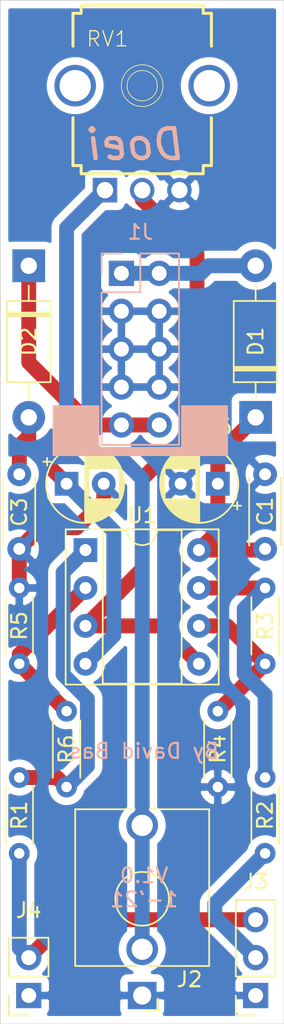
<source format=kicad_pcb>
(kicad_pcb (version 20171130) (host pcbnew "(5.1.8)-1")

  (general
    (thickness 1.6)
    (drawings 8)
    (tracks 70)
    (zones 0)
    (modules 18)
    (nets 14)
  )

  (page A4)
  (layers
    (0 F.Cu signal)
    (31 B.Cu signal)
    (32 B.Adhes user hide)
    (33 F.Adhes user hide)
    (34 B.Paste user hide)
    (35 F.Paste user hide)
    (36 B.SilkS user)
    (37 F.SilkS user hide)
    (38 B.Mask user)
    (39 F.Mask user)
    (40 Dwgs.User user hide)
    (41 Cmts.User user hide)
    (42 Eco1.User user hide)
    (43 Eco2.User user hide)
    (44 Edge.Cuts user)
    (45 Margin user hide)
    (46 B.CrtYd user hide)
    (47 F.CrtYd user hide)
    (48 B.Fab user hide)
    (49 F.Fab user hide)
  )

  (setup
    (last_trace_width 1)
    (trace_clearance 0.2)
    (zone_clearance 0.508)
    (zone_45_only no)
    (trace_min 0.2)
    (via_size 0.8)
    (via_drill 0.4)
    (via_min_size 0.4)
    (via_min_drill 0.3)
    (uvia_size 0.3)
    (uvia_drill 0.1)
    (uvias_allowed no)
    (uvia_min_size 0.2)
    (uvia_min_drill 0.1)
    (edge_width 0.05)
    (segment_width 0.2)
    (pcb_text_width 0.3)
    (pcb_text_size 1.5 1.5)
    (mod_edge_width 0.12)
    (mod_text_size 1 1)
    (mod_text_width 0.15)
    (pad_size 1.524 1.524)
    (pad_drill 0.762)
    (pad_to_mask_clearance 0)
    (aux_axis_origin 0 0)
    (visible_elements 7FFFFFFF)
    (pcbplotparams
      (layerselection 0x010f0_ffffffff)
      (usegerberextensions false)
      (usegerberattributes true)
      (usegerberadvancedattributes true)
      (creategerberjobfile true)
      (excludeedgelayer true)
      (linewidth 0.100000)
      (plotframeref false)
      (viasonmask false)
      (mode 1)
      (useauxorigin false)
      (hpglpennumber 1)
      (hpglpenspeed 20)
      (hpglpendiameter 15.000000)
      (psnegative false)
      (psa4output false)
      (plotreference true)
      (plotvalue true)
      (plotinvisibletext false)
      (padsonsilk false)
      (subtractmaskfromsilk true)
      (outputformat 1)
      (mirror false)
      (drillshape 0)
      (scaleselection 1)
      (outputdirectory ""))
  )

  (net 0 "")
  (net 1 +12V)
  (net 2 GND)
  (net 3 -12V)
  (net 4 "Net-(D1-Pad2)")
  (net 5 "Net-(D2-Pad1)")
  (net 6 "Net-(J2-PadT)")
  (net 7 "Net-(J3-Pad2)")
  (net 8 "Net-(J3-Pad3)")
  (net 9 "Net-(R1-Pad1)")
  (net 10 "Net-(R2-Pad1)")
  (net 11 "Net-(R3-Pad1)")
  (net 12 "Net-(R5-Pad1)")
  (net 13 "Net-(RV1-Pad2)")

  (net_class Default "This is the default net class."
    (clearance 0.2)
    (trace_width 1)
    (via_dia 0.8)
    (via_drill 0.4)
    (uvia_dia 0.3)
    (uvia_drill 0.1)
    (add_net +12V)
    (add_net -12V)
    (add_net GND)
    (add_net "Net-(D1-Pad2)")
    (add_net "Net-(D2-Pad1)")
    (add_net "Net-(J2-PadT)")
    (add_net "Net-(J3-Pad2)")
    (add_net "Net-(J3-Pad3)")
    (add_net "Net-(R1-Pad1)")
    (add_net "Net-(R2-Pad1)")
    (add_net "Net-(R3-Pad1)")
    (add_net "Net-(R5-Pad1)")
    (add_net "Net-(RV1-Pad2)")
  )

  (module Connector_PinSocket_2.54mm:PinSocket_2x05_P2.54mm_Vertical (layer B.Cu) (tedit 5A19A42B) (tstamp 5FE388AD)
    (at 33.528 56.388 180)
    (descr "Through hole straight socket strip, 2x05, 2.54mm pitch, double cols (from Kicad 4.0.7), script generated")
    (tags "Through hole socket strip THT 2x05 2.54mm double row")
    (path /5FE25729)
    (fp_text reference J1 (at -1.27 2.77) (layer B.SilkS)
      (effects (font (size 1 1) (thickness 0.15)) (justify mirror))
    )
    (fp_text value POWER (at -1.27 -12.93) (layer B.Fab)
      (effects (font (size 1 1) (thickness 0.15)) (justify mirror))
    )
    (fp_line (start -4.34 -11.9) (end -4.34 1.8) (layer B.CrtYd) (width 0.05))
    (fp_line (start 1.76 -11.9) (end -4.34 -11.9) (layer B.CrtYd) (width 0.05))
    (fp_line (start 1.76 1.8) (end 1.76 -11.9) (layer B.CrtYd) (width 0.05))
    (fp_line (start -4.34 1.8) (end 1.76 1.8) (layer B.CrtYd) (width 0.05))
    (fp_line (start 0 1.33) (end 1.33 1.33) (layer B.SilkS) (width 0.12))
    (fp_line (start 1.33 1.33) (end 1.33 0) (layer B.SilkS) (width 0.12))
    (fp_line (start -1.27 1.33) (end -1.27 -1.27) (layer B.SilkS) (width 0.12))
    (fp_line (start -1.27 -1.27) (end 1.33 -1.27) (layer B.SilkS) (width 0.12))
    (fp_line (start 1.33 -1.27) (end 1.33 -11.49) (layer B.SilkS) (width 0.12))
    (fp_line (start -3.87 -11.49) (end 1.33 -11.49) (layer B.SilkS) (width 0.12))
    (fp_line (start -3.87 1.33) (end -3.87 -11.49) (layer B.SilkS) (width 0.12))
    (fp_line (start -3.87 1.33) (end -1.27 1.33) (layer B.SilkS) (width 0.12))
    (fp_line (start -3.81 -11.43) (end -3.81 1.27) (layer B.Fab) (width 0.1))
    (fp_line (start 1.27 -11.43) (end -3.81 -11.43) (layer B.Fab) (width 0.1))
    (fp_line (start 1.27 0.27) (end 1.27 -11.43) (layer B.Fab) (width 0.1))
    (fp_line (start 0.27 1.27) (end 1.27 0.27) (layer B.Fab) (width 0.1))
    (fp_line (start -3.81 1.27) (end 0.27 1.27) (layer B.Fab) (width 0.1))
    (fp_text user %R (at -1.27 -5.08 270) (layer B.Fab)
      (effects (font (size 1 1) (thickness 0.15)) (justify mirror))
    )
    (pad 10 thru_hole oval (at -2.54 -10.16 180) (size 1.7 1.7) (drill 1) (layers *.Cu *.Mask)
      (net 5 "Net-(D2-Pad1)"))
    (pad 9 thru_hole oval (at 0 -10.16 180) (size 1.7 1.7) (drill 1) (layers *.Cu *.Mask)
      (net 5 "Net-(D2-Pad1)"))
    (pad 8 thru_hole oval (at -2.54 -7.62 180) (size 1.7 1.7) (drill 1) (layers *.Cu *.Mask)
      (net 2 GND))
    (pad 7 thru_hole oval (at 0 -7.62 180) (size 1.7 1.7) (drill 1) (layers *.Cu *.Mask)
      (net 2 GND))
    (pad 6 thru_hole oval (at -2.54 -5.08 180) (size 1.7 1.7) (drill 1) (layers *.Cu *.Mask)
      (net 2 GND))
    (pad 5 thru_hole oval (at 0 -5.08 180) (size 1.7 1.7) (drill 1) (layers *.Cu *.Mask)
      (net 2 GND))
    (pad 4 thru_hole oval (at -2.54 -2.54 180) (size 1.7 1.7) (drill 1) (layers *.Cu *.Mask)
      (net 2 GND))
    (pad 3 thru_hole oval (at 0 -2.54 180) (size 1.7 1.7) (drill 1) (layers *.Cu *.Mask)
      (net 2 GND))
    (pad 2 thru_hole oval (at -2.54 0 180) (size 1.7 1.7) (drill 1) (layers *.Cu *.Mask)
      (net 4 "Net-(D1-Pad2)"))
    (pad 1 thru_hole rect (at 0 0 180) (size 1.7 1.7) (drill 1) (layers *.Cu *.Mask)
      (net 4 "Net-(D1-Pad2)"))
    (model ${KISYS3DMOD}/Connector_PinSocket_2.54mm.3dshapes/PinSocket_2x05_P2.54mm_Vertical.wrl
      (at (xyz 0 0 0))
      (scale (xyz 1 1 1))
      (rotate (xyz 0 0 0))
    )
  )

  (module Connector_PinSocket_2.54mm:PinSocket_1x02_P2.54mm_Vertical (layer F.Cu) (tedit 5A19A420) (tstamp 5FE388FC)
    (at 27.305 104.775 180)
    (descr "Through hole straight socket strip, 1x02, 2.54mm pitch, single row (from Kicad 4.0.7), script generated")
    (tags "Through hole socket strip THT 1x02 2.54mm single row")
    (path /5FE3425F)
    (fp_text reference J4 (at 0 5.715) (layer F.SilkS)
      (effects (font (size 1 1) (thickness 0.15)))
    )
    (fp_text value MONO (at 0 5.31) (layer F.Fab)
      (effects (font (size 1 1) (thickness 0.15)))
    )
    (fp_line (start -1.27 -1.27) (end 0.635 -1.27) (layer F.Fab) (width 0.1))
    (fp_line (start 0.635 -1.27) (end 1.27 -0.635) (layer F.Fab) (width 0.1))
    (fp_line (start 1.27 -0.635) (end 1.27 3.81) (layer F.Fab) (width 0.1))
    (fp_line (start 1.27 3.81) (end -1.27 3.81) (layer F.Fab) (width 0.1))
    (fp_line (start -1.27 3.81) (end -1.27 -1.27) (layer F.Fab) (width 0.1))
    (fp_line (start -1.33 1.27) (end 1.33 1.27) (layer F.SilkS) (width 0.12))
    (fp_line (start -1.33 1.27) (end -1.33 3.87) (layer F.SilkS) (width 0.12))
    (fp_line (start -1.33 3.87) (end 1.33 3.87) (layer F.SilkS) (width 0.12))
    (fp_line (start 1.33 1.27) (end 1.33 3.87) (layer F.SilkS) (width 0.12))
    (fp_line (start 1.33 -1.33) (end 1.33 0) (layer F.SilkS) (width 0.12))
    (fp_line (start 0 -1.33) (end 1.33 -1.33) (layer F.SilkS) (width 0.12))
    (fp_line (start -1.8 -1.8) (end 1.75 -1.8) (layer F.CrtYd) (width 0.05))
    (fp_line (start 1.75 -1.8) (end 1.75 4.3) (layer F.CrtYd) (width 0.05))
    (fp_line (start 1.75 4.3) (end -1.8 4.3) (layer F.CrtYd) (width 0.05))
    (fp_line (start -1.8 4.3) (end -1.8 -1.8) (layer F.CrtYd) (width 0.05))
    (fp_text user %R (at 0 1.27 90) (layer F.Fab)
      (effects (font (size 1 1) (thickness 0.15)))
    )
    (pad 2 thru_hole oval (at 0 2.54 180) (size 1.7 1.7) (drill 1) (layers *.Cu *.Mask)
      (net 8 "Net-(J3-Pad3)"))
    (pad 1 thru_hole rect (at 0 0 180) (size 1.7 1.7) (drill 1) (layers *.Cu *.Mask)
      (net 2 GND))
    (model ${KISYS3DMOD}/Connector_PinSocket_2.54mm.3dshapes/PinSocket_1x02_P2.54mm_Vertical.wrl
      (at (xyz 0 0 0))
      (scale (xyz 1 1 1))
      (rotate (xyz 0 0 0))
    )
  )

  (module Connector_PinSocket_2.54mm:PinSocket_1x03_P2.54mm_Vertical (layer F.Cu) (tedit 5A19A429) (tstamp 5FE388E5)
    (at 42.545 104.775 180)
    (descr "Through hole straight socket strip, 1x03, 2.54mm pitch, single row (from Kicad 4.0.7), script generated")
    (tags "Through hole socket strip THT 1x03 2.54mm single row")
    (path /5FE354DF)
    (fp_text reference J3 (at 0 7.62) (layer F.SilkS)
      (effects (font (size 1 1) (thickness 0.15)))
    )
    (fp_text value HEADPHONES (at 0 7.85) (layer F.Fab)
      (effects (font (size 1 1) (thickness 0.15)))
    )
    (fp_line (start -1.27 -1.27) (end 0.635 -1.27) (layer F.Fab) (width 0.1))
    (fp_line (start 0.635 -1.27) (end 1.27 -0.635) (layer F.Fab) (width 0.1))
    (fp_line (start 1.27 -0.635) (end 1.27 6.35) (layer F.Fab) (width 0.1))
    (fp_line (start 1.27 6.35) (end -1.27 6.35) (layer F.Fab) (width 0.1))
    (fp_line (start -1.27 6.35) (end -1.27 -1.27) (layer F.Fab) (width 0.1))
    (fp_line (start -1.33 1.27) (end 1.33 1.27) (layer F.SilkS) (width 0.12))
    (fp_line (start -1.33 1.27) (end -1.33 6.41) (layer F.SilkS) (width 0.12))
    (fp_line (start -1.33 6.41) (end 1.33 6.41) (layer F.SilkS) (width 0.12))
    (fp_line (start 1.33 1.27) (end 1.33 6.41) (layer F.SilkS) (width 0.12))
    (fp_line (start 1.33 -1.33) (end 1.33 0) (layer F.SilkS) (width 0.12))
    (fp_line (start 0 -1.33) (end 1.33 -1.33) (layer F.SilkS) (width 0.12))
    (fp_line (start -1.8 -1.8) (end 1.75 -1.8) (layer F.CrtYd) (width 0.05))
    (fp_line (start 1.75 -1.8) (end 1.75 6.85) (layer F.CrtYd) (width 0.05))
    (fp_line (start 1.75 6.85) (end -1.8 6.85) (layer F.CrtYd) (width 0.05))
    (fp_line (start -1.8 6.85) (end -1.8 -1.8) (layer F.CrtYd) (width 0.05))
    (fp_text user %R (at 0 2.54 90) (layer F.Fab)
      (effects (font (size 1 1) (thickness 0.15)))
    )
    (pad 3 thru_hole oval (at 0 5.08 180) (size 1.7 1.7) (drill 1) (layers *.Cu *.Mask)
      (net 8 "Net-(J3-Pad3)"))
    (pad 2 thru_hole oval (at 0 2.54 180) (size 1.7 1.7) (drill 1) (layers *.Cu *.Mask)
      (net 7 "Net-(J3-Pad2)"))
    (pad 1 thru_hole rect (at 0 0 180) (size 1.7 1.7) (drill 1) (layers *.Cu *.Mask)
      (net 2 GND))
    (model ${KISYS3DMOD}/Connector_PinSocket_2.54mm.3dshapes/PinSocket_1x03_P2.54mm_Vertical.wrl
      (at (xyz 0 0 0))
      (scale (xyz 1 1 1))
      (rotate (xyz 0 0 0))
    )
  )

  (module Package_DIP:DIP-8_W7.62mm_Socket (layer F.Cu) (tedit 5A02E8C5) (tstamp 5FE389B6)
    (at 31.115 74.93)
    (descr "8-lead though-hole mounted DIP package, row spacing 7.62 mm (300 mils), Socket")
    (tags "THT DIP DIL PDIP 2.54mm 7.62mm 300mil Socket")
    (path /5FE1DC98)
    (fp_text reference U1 (at 3.81 -2.33) (layer F.SilkS)
      (effects (font (size 1 1) (thickness 0.15)))
    )
    (fp_text value OPA2134 (at 3.81 9.95) (layer F.Fab)
      (effects (font (size 1 1) (thickness 0.15)))
    )
    (fp_line (start 1.635 -1.27) (end 6.985 -1.27) (layer F.Fab) (width 0.1))
    (fp_line (start 6.985 -1.27) (end 6.985 8.89) (layer F.Fab) (width 0.1))
    (fp_line (start 6.985 8.89) (end 0.635 8.89) (layer F.Fab) (width 0.1))
    (fp_line (start 0.635 8.89) (end 0.635 -0.27) (layer F.Fab) (width 0.1))
    (fp_line (start 0.635 -0.27) (end 1.635 -1.27) (layer F.Fab) (width 0.1))
    (fp_line (start -1.27 -1.33) (end -1.27 8.95) (layer F.Fab) (width 0.1))
    (fp_line (start -1.27 8.95) (end 8.89 8.95) (layer F.Fab) (width 0.1))
    (fp_line (start 8.89 8.95) (end 8.89 -1.33) (layer F.Fab) (width 0.1))
    (fp_line (start 8.89 -1.33) (end -1.27 -1.33) (layer F.Fab) (width 0.1))
    (fp_line (start 2.81 -1.33) (end 1.16 -1.33) (layer F.SilkS) (width 0.12))
    (fp_line (start 1.16 -1.33) (end 1.16 8.95) (layer F.SilkS) (width 0.12))
    (fp_line (start 1.16 8.95) (end 6.46 8.95) (layer F.SilkS) (width 0.12))
    (fp_line (start 6.46 8.95) (end 6.46 -1.33) (layer F.SilkS) (width 0.12))
    (fp_line (start 6.46 -1.33) (end 4.81 -1.33) (layer F.SilkS) (width 0.12))
    (fp_line (start -1.33 -1.39) (end -1.33 9.01) (layer F.SilkS) (width 0.12))
    (fp_line (start -1.33 9.01) (end 8.95 9.01) (layer F.SilkS) (width 0.12))
    (fp_line (start 8.95 9.01) (end 8.95 -1.39) (layer F.SilkS) (width 0.12))
    (fp_line (start 8.95 -1.39) (end -1.33 -1.39) (layer F.SilkS) (width 0.12))
    (fp_line (start -1.55 -1.6) (end -1.55 9.2) (layer F.CrtYd) (width 0.05))
    (fp_line (start -1.55 9.2) (end 9.15 9.2) (layer F.CrtYd) (width 0.05))
    (fp_line (start 9.15 9.2) (end 9.15 -1.6) (layer F.CrtYd) (width 0.05))
    (fp_line (start 9.15 -1.6) (end -1.55 -1.6) (layer F.CrtYd) (width 0.05))
    (fp_text user %R (at 3.81 3.81) (layer F.Fab)
      (effects (font (size 1 1) (thickness 0.15)))
    )
    (fp_arc (start 3.81 -1.33) (end 2.81 -1.33) (angle -180) (layer F.SilkS) (width 0.12))
    (pad 8 thru_hole oval (at 7.62 0) (size 1.6 1.6) (drill 0.8) (layers *.Cu *.Mask)
      (net 1 +12V))
    (pad 4 thru_hole oval (at 0 7.62) (size 1.6 1.6) (drill 0.8) (layers *.Cu *.Mask)
      (net 3 -12V))
    (pad 7 thru_hole oval (at 7.62 2.54) (size 1.6 1.6) (drill 0.8) (layers *.Cu *.Mask)
      (net 10 "Net-(R2-Pad1)"))
    (pad 3 thru_hole oval (at 0 5.08) (size 1.6 1.6) (drill 0.8) (layers *.Cu *.Mask)
      (net 13 "Net-(RV1-Pad2)"))
    (pad 6 thru_hole oval (at 7.62 5.08) (size 1.6 1.6) (drill 0.8) (layers *.Cu *.Mask)
      (net 11 "Net-(R3-Pad1)"))
    (pad 2 thru_hole oval (at 0 2.54) (size 1.6 1.6) (drill 0.8) (layers *.Cu *.Mask)
      (net 12 "Net-(R5-Pad1)"))
    (pad 5 thru_hole oval (at 7.62 7.62) (size 1.6 1.6) (drill 0.8) (layers *.Cu *.Mask)
      (net 13 "Net-(RV1-Pad2)"))
    (pad 1 thru_hole rect (at 0 0) (size 1.6 1.6) (drill 0.8) (layers *.Cu *.Mask)
      (net 9 "Net-(R1-Pad1)"))
    (model ${KISYS3DMOD}/Package_DIP.3dshapes/DIP-8_W7.62mm_Socket.wrl
      (at (xyz 0 0 0))
      (scale (xyz 1 1 1))
      (rotate (xyz 0 0 0))
    )
  )

  (module MusicThingModular:9MM_SNAP-IN_POT (layer F.Cu) (tedit 0) (tstamp 5FE38992)
    (at 34.925 43.815)
    (descr "9mm vertical snap-in pot, Alpha / Panasonic style")
    (path /5FE269BB)
    (fp_text reference RV1 (at -3.81 -2.54) (layer F.SilkS)
      (effects (font (size 1.01346 1.01346) (thickness 0.085344)) (justify left bottom))
    )
    (fp_text value VOLUME (at -3.81 3.81) (layer F.Fab)
      (effects (font (size 1.2065 1.2065) (thickness 0.1016)) (justify left bottom))
    )
    (fp_circle (center 0 0) (end 1.016 0) (layer F.SilkS) (width 0.0508))
    (fp_poly (pts (xy 2.075 7.325) (xy 2.925 7.325) (xy 2.925 6) (xy 2.075 6)) (layer F.Fab) (width 0))
    (fp_poly (pts (xy -0.425 7.325) (xy 0.425 7.325) (xy 0.425 6) (xy -0.425 6)) (layer F.Fab) (width 0))
    (fp_poly (pts (xy -2.925 7.325) (xy -2.075 7.325) (xy -2.075 6) (xy -2.925 6)) (layer F.Fab) (width 0))
    (fp_circle (center 0 0) (end 1.397 0) (layer F.SilkS) (width 0.0508))
    (fp_line (start 4.65 2.15) (end 4.65 5.35) (layer F.SilkS) (width 0.2032))
    (fp_line (start 4.65 -4.85) (end 4.65 -2.65) (layer F.SilkS) (width 0.2032))
    (fp_line (start -4.65 5.35) (end -4.65 2.15) (layer F.SilkS) (width 0.2032))
    (fp_line (start -4.65 -2.65) (end -4.65 -4.85) (layer F.SilkS) (width 0.2032))
    (fp_line (start 4.65 -4.85) (end 4.1 -4.85) (layer F.SilkS) (width 0.2032))
    (fp_line (start 4.1 -4.85) (end 4.1 -5.4) (layer F.SilkS) (width 0.2032))
    (fp_line (start 4.1 5.9) (end 4.1 5.35) (layer F.SilkS) (width 0.2032))
    (fp_line (start 4.1 5.35) (end 4.65 5.35) (layer F.SilkS) (width 0.2032))
    (fp_line (start -4.65 5.35) (end -4.1 5.35) (layer F.SilkS) (width 0.2032))
    (fp_line (start -4.1 5.35) (end -4.1 5.9) (layer F.SilkS) (width 0.2032))
    (fp_line (start -4.1 -5.4) (end -4.1 -4.85) (layer F.SilkS) (width 0.2032))
    (fp_line (start -4.1 -4.85) (end -4.65 -4.85) (layer F.SilkS) (width 0.2032))
    (fp_line (start 5.5 -0.9) (end 4.75 -0.9) (layer F.Fab) (width 0.2032))
    (fp_line (start 5.5 0.9) (end 5.5 -0.9) (layer F.Fab) (width 0.2032))
    (fp_line (start 4.75 0.9) (end 5.5 0.9) (layer F.Fab) (width 0.2032))
    (fp_line (start -5.5 0.9) (end -4.75 0.9) (layer F.Fab) (width 0.2032))
    (fp_line (start -5.5 -0.9) (end -5.5 0.9) (layer F.Fab) (width 0.2032))
    (fp_line (start -4.75 -0.9) (end -5.5 -0.9) (layer F.Fab) (width 0.2032))
    (fp_line (start -4.65 5.35) (end -4.65 -4.85) (layer F.Fab) (width 0.2032))
    (fp_line (start 4.1 5.9) (end -4.1 5.9) (layer F.SilkS) (width 0.2032))
    (fp_line (start 4.65 -4.85) (end 4.65 5.35) (layer F.Fab) (width 0.2032))
    (fp_line (start -4.1 -5.4) (end 4.1 -5.4) (layer F.SilkS) (width 0.2032))
    (pad CHASSIS1 thru_hole circle (at -4.5 0 270) (size 2.794 2.794) (drill 2.1) (layers *.Cu *.Mask)
      (solder_mask_margin 0.1016))
    (pad CHASSIS2 thru_hole circle (at 4.5 0 270) (size 2.794 2.794) (drill 2.1) (layers *.Cu *.Mask)
      (solder_mask_margin 0.1016))
    (pad 3 thru_hole circle (at 2.5 7 270) (size 1.65 1.65) (drill 1.1) (layers *.Cu *.Mask)
      (net 2 GND) (solder_mask_margin 0.1016))
    (pad 2 thru_hole circle (at 0 7 270) (size 1.65 1.65) (drill 1.1) (layers *.Cu *.Mask)
      (net 13 "Net-(RV1-Pad2)") (solder_mask_margin 0.1016))
    (pad 1 thru_hole rect (at -2.5 7 270) (size 1.65 1.65) (drill 1.1) (layers *.Cu *.Mask)
      (net 6 "Net-(J2-PadT)") (solder_mask_margin 0.1016))
  )

  (module Resistor_THT:R_Axial_DIN0204_L3.6mm_D1.6mm_P5.08mm_Horizontal (layer F.Cu) (tedit 5AE5139B) (tstamp 5FE3896E)
    (at 29.845 85.725 270)
    (descr "Resistor, Axial_DIN0204 series, Axial, Horizontal, pin pitch=5.08mm, 0.167W, length*diameter=3.6*1.6mm^2, http://cdn-reichelt.de/documents/datenblatt/B400/1_4W%23YAG.pdf")
    (tags "Resistor Axial_DIN0204 series Axial Horizontal pin pitch 5.08mm 0.167W length 3.6mm diameter 1.6mm")
    (path /5FE2F0EB)
    (fp_text reference R6 (at 2.54 0 90) (layer F.SilkS)
      (effects (font (size 1 1) (thickness 0.15)))
    )
    (fp_text value 2K (at 2.54 1.92 90) (layer F.Fab)
      (effects (font (size 1 1) (thickness 0.15)))
    )
    (fp_line (start 0.74 -0.8) (end 0.74 0.8) (layer F.Fab) (width 0.1))
    (fp_line (start 0.74 0.8) (end 4.34 0.8) (layer F.Fab) (width 0.1))
    (fp_line (start 4.34 0.8) (end 4.34 -0.8) (layer F.Fab) (width 0.1))
    (fp_line (start 4.34 -0.8) (end 0.74 -0.8) (layer F.Fab) (width 0.1))
    (fp_line (start 0 0) (end 0.74 0) (layer F.Fab) (width 0.1))
    (fp_line (start 5.08 0) (end 4.34 0) (layer F.Fab) (width 0.1))
    (fp_line (start 0.62 -0.92) (end 4.46 -0.92) (layer F.SilkS) (width 0.12))
    (fp_line (start 0.62 0.92) (end 4.46 0.92) (layer F.SilkS) (width 0.12))
    (fp_line (start -0.95 -1.05) (end -0.95 1.05) (layer F.CrtYd) (width 0.05))
    (fp_line (start -0.95 1.05) (end 6.03 1.05) (layer F.CrtYd) (width 0.05))
    (fp_line (start 6.03 1.05) (end 6.03 -1.05) (layer F.CrtYd) (width 0.05))
    (fp_line (start 6.03 -1.05) (end -0.95 -1.05) (layer F.CrtYd) (width 0.05))
    (fp_text user %R (at 2.54 0 90) (layer F.Fab)
      (effects (font (size 0.72 0.72) (thickness 0.108)))
    )
    (pad 2 thru_hole oval (at 5.08 0 270) (size 1.4 1.4) (drill 0.7) (layers *.Cu *.Mask)
      (net 9 "Net-(R1-Pad1)"))
    (pad 1 thru_hole circle (at 0 0 270) (size 1.4 1.4) (drill 0.7) (layers *.Cu *.Mask)
      (net 12 "Net-(R5-Pad1)"))
    (model ${KISYS3DMOD}/Resistor_THT.3dshapes/R_Axial_DIN0204_L3.6mm_D1.6mm_P5.08mm_Horizontal.wrl
      (at (xyz 0 0 0))
      (scale (xyz 1 1 1))
      (rotate (xyz 0 0 0))
    )
  )

  (module Resistor_THT:R_Axial_DIN0204_L3.6mm_D1.6mm_P5.08mm_Horizontal (layer F.Cu) (tedit 5AE5139B) (tstamp 5FE3895B)
    (at 26.67 82.55 90)
    (descr "Resistor, Axial_DIN0204 series, Axial, Horizontal, pin pitch=5.08mm, 0.167W, length*diameter=3.6*1.6mm^2, http://cdn-reichelt.de/documents/datenblatt/B400/1_4W%23YAG.pdf")
    (tags "Resistor Axial_DIN0204 series Axial Horizontal pin pitch 5.08mm 0.167W length 3.6mm diameter 1.6mm")
    (path /5FE2FBA0)
    (fp_text reference R5 (at 2.54 0 90) (layer F.SilkS)
      (effects (font (size 1 1) (thickness 0.15)))
    )
    (fp_text value 2K (at 2.54 1.92 90) (layer F.Fab)
      (effects (font (size 1 1) (thickness 0.15)))
    )
    (fp_line (start 0.74 -0.8) (end 0.74 0.8) (layer F.Fab) (width 0.1))
    (fp_line (start 0.74 0.8) (end 4.34 0.8) (layer F.Fab) (width 0.1))
    (fp_line (start 4.34 0.8) (end 4.34 -0.8) (layer F.Fab) (width 0.1))
    (fp_line (start 4.34 -0.8) (end 0.74 -0.8) (layer F.Fab) (width 0.1))
    (fp_line (start 0 0) (end 0.74 0) (layer F.Fab) (width 0.1))
    (fp_line (start 5.08 0) (end 4.34 0) (layer F.Fab) (width 0.1))
    (fp_line (start 0.62 -0.92) (end 4.46 -0.92) (layer F.SilkS) (width 0.12))
    (fp_line (start 0.62 0.92) (end 4.46 0.92) (layer F.SilkS) (width 0.12))
    (fp_line (start -0.95 -1.05) (end -0.95 1.05) (layer F.CrtYd) (width 0.05))
    (fp_line (start -0.95 1.05) (end 6.03 1.05) (layer F.CrtYd) (width 0.05))
    (fp_line (start 6.03 1.05) (end 6.03 -1.05) (layer F.CrtYd) (width 0.05))
    (fp_line (start 6.03 -1.05) (end -0.95 -1.05) (layer F.CrtYd) (width 0.05))
    (fp_text user %R (at 2.54 0 90) (layer F.Fab)
      (effects (font (size 0.72 0.72) (thickness 0.108)))
    )
    (pad 2 thru_hole oval (at 5.08 0 90) (size 1.4 1.4) (drill 0.7) (layers *.Cu *.Mask)
      (net 2 GND))
    (pad 1 thru_hole circle (at 0 0 90) (size 1.4 1.4) (drill 0.7) (layers *.Cu *.Mask)
      (net 12 "Net-(R5-Pad1)"))
    (model ${KISYS3DMOD}/Resistor_THT.3dshapes/R_Axial_DIN0204_L3.6mm_D1.6mm_P5.08mm_Horizontal.wrl
      (at (xyz 0 0 0))
      (scale (xyz 1 1 1))
      (rotate (xyz 0 0 0))
    )
  )

  (module Resistor_THT:R_Axial_DIN0204_L3.6mm_D1.6mm_P5.08mm_Horizontal (layer F.Cu) (tedit 5AE5139B) (tstamp 5FE38948)
    (at 40.005 85.725 270)
    (descr "Resistor, Axial_DIN0204 series, Axial, Horizontal, pin pitch=5.08mm, 0.167W, length*diameter=3.6*1.6mm^2, http://cdn-reichelt.de/documents/datenblatt/B400/1_4W%23YAG.pdf")
    (tags "Resistor Axial_DIN0204 series Axial Horizontal pin pitch 5.08mm 0.167W length 3.6mm diameter 1.6mm")
    (path /5FE39BE1)
    (fp_text reference R4 (at 2.54 0 90) (layer F.SilkS)
      (effects (font (size 1 1) (thickness 0.15)))
    )
    (fp_text value 2K (at 2.54 1.92 90) (layer F.Fab)
      (effects (font (size 1 1) (thickness 0.15)))
    )
    (fp_line (start 0.74 -0.8) (end 0.74 0.8) (layer F.Fab) (width 0.1))
    (fp_line (start 0.74 0.8) (end 4.34 0.8) (layer F.Fab) (width 0.1))
    (fp_line (start 4.34 0.8) (end 4.34 -0.8) (layer F.Fab) (width 0.1))
    (fp_line (start 4.34 -0.8) (end 0.74 -0.8) (layer F.Fab) (width 0.1))
    (fp_line (start 0 0) (end 0.74 0) (layer F.Fab) (width 0.1))
    (fp_line (start 5.08 0) (end 4.34 0) (layer F.Fab) (width 0.1))
    (fp_line (start 0.62 -0.92) (end 4.46 -0.92) (layer F.SilkS) (width 0.12))
    (fp_line (start 0.62 0.92) (end 4.46 0.92) (layer F.SilkS) (width 0.12))
    (fp_line (start -0.95 -1.05) (end -0.95 1.05) (layer F.CrtYd) (width 0.05))
    (fp_line (start -0.95 1.05) (end 6.03 1.05) (layer F.CrtYd) (width 0.05))
    (fp_line (start 6.03 1.05) (end 6.03 -1.05) (layer F.CrtYd) (width 0.05))
    (fp_line (start 6.03 -1.05) (end -0.95 -1.05) (layer F.CrtYd) (width 0.05))
    (fp_text user %R (at 2.54 0 90) (layer F.Fab)
      (effects (font (size 0.72 0.72) (thickness 0.108)))
    )
    (pad 2 thru_hole oval (at 5.08 0 270) (size 1.4 1.4) (drill 0.7) (layers *.Cu *.Mask)
      (net 2 GND))
    (pad 1 thru_hole circle (at 0 0 270) (size 1.4 1.4) (drill 0.7) (layers *.Cu *.Mask)
      (net 11 "Net-(R3-Pad1)"))
    (model ${KISYS3DMOD}/Resistor_THT.3dshapes/R_Axial_DIN0204_L3.6mm_D1.6mm_P5.08mm_Horizontal.wrl
      (at (xyz 0 0 0))
      (scale (xyz 1 1 1))
      (rotate (xyz 0 0 0))
    )
  )

  (module Resistor_THT:R_Axial_DIN0204_L3.6mm_D1.6mm_P5.08mm_Horizontal (layer F.Cu) (tedit 5AE5139B) (tstamp 5FE38935)
    (at 43.18 82.55 90)
    (descr "Resistor, Axial_DIN0204 series, Axial, Horizontal, pin pitch=5.08mm, 0.167W, length*diameter=3.6*1.6mm^2, http://cdn-reichelt.de/documents/datenblatt/B400/1_4W%23YAG.pdf")
    (tags "Resistor Axial_DIN0204 series Axial Horizontal pin pitch 5.08mm 0.167W length 3.6mm diameter 1.6mm")
    (path /5FE38D6A)
    (fp_text reference R3 (at 2.54 0 90) (layer F.SilkS)
      (effects (font (size 1 1) (thickness 0.15)))
    )
    (fp_text value 2K (at 2.54 1.92 90) (layer F.Fab)
      (effects (font (size 1 1) (thickness 0.15)))
    )
    (fp_line (start 0.74 -0.8) (end 0.74 0.8) (layer F.Fab) (width 0.1))
    (fp_line (start 0.74 0.8) (end 4.34 0.8) (layer F.Fab) (width 0.1))
    (fp_line (start 4.34 0.8) (end 4.34 -0.8) (layer F.Fab) (width 0.1))
    (fp_line (start 4.34 -0.8) (end 0.74 -0.8) (layer F.Fab) (width 0.1))
    (fp_line (start 0 0) (end 0.74 0) (layer F.Fab) (width 0.1))
    (fp_line (start 5.08 0) (end 4.34 0) (layer F.Fab) (width 0.1))
    (fp_line (start 0.62 -0.92) (end 4.46 -0.92) (layer F.SilkS) (width 0.12))
    (fp_line (start 0.62 0.92) (end 4.46 0.92) (layer F.SilkS) (width 0.12))
    (fp_line (start -0.95 -1.05) (end -0.95 1.05) (layer F.CrtYd) (width 0.05))
    (fp_line (start -0.95 1.05) (end 6.03 1.05) (layer F.CrtYd) (width 0.05))
    (fp_line (start 6.03 1.05) (end 6.03 -1.05) (layer F.CrtYd) (width 0.05))
    (fp_line (start 6.03 -1.05) (end -0.95 -1.05) (layer F.CrtYd) (width 0.05))
    (fp_text user %R (at 2.54 0 90) (layer F.Fab)
      (effects (font (size 0.72 0.72) (thickness 0.108)))
    )
    (pad 2 thru_hole oval (at 5.08 0 90) (size 1.4 1.4) (drill 0.7) (layers *.Cu *.Mask)
      (net 10 "Net-(R2-Pad1)"))
    (pad 1 thru_hole circle (at 0 0 90) (size 1.4 1.4) (drill 0.7) (layers *.Cu *.Mask)
      (net 11 "Net-(R3-Pad1)"))
    (model ${KISYS3DMOD}/Resistor_THT.3dshapes/R_Axial_DIN0204_L3.6mm_D1.6mm_P5.08mm_Horizontal.wrl
      (at (xyz 0 0 0))
      (scale (xyz 1 1 1))
      (rotate (xyz 0 0 0))
    )
  )

  (module Resistor_THT:R_Axial_DIN0204_L3.6mm_D1.6mm_P5.08mm_Horizontal (layer F.Cu) (tedit 5AE5139B) (tstamp 5FE38922)
    (at 43.18 90.17 270)
    (descr "Resistor, Axial_DIN0204 series, Axial, Horizontal, pin pitch=5.08mm, 0.167W, length*diameter=3.6*1.6mm^2, http://cdn-reichelt.de/documents/datenblatt/B400/1_4W%23YAG.pdf")
    (tags "Resistor Axial_DIN0204 series Axial Horizontal pin pitch 5.08mm 0.167W length 3.6mm diameter 1.6mm")
    (path /5FE37D4E)
    (fp_text reference R2 (at 2.54 0 90) (layer F.SilkS)
      (effects (font (size 1 1) (thickness 0.15)))
    )
    (fp_text value 47R (at 2.54 1.92 90) (layer F.Fab)
      (effects (font (size 1 1) (thickness 0.15)))
    )
    (fp_line (start 0.74 -0.8) (end 0.74 0.8) (layer F.Fab) (width 0.1))
    (fp_line (start 0.74 0.8) (end 4.34 0.8) (layer F.Fab) (width 0.1))
    (fp_line (start 4.34 0.8) (end 4.34 -0.8) (layer F.Fab) (width 0.1))
    (fp_line (start 4.34 -0.8) (end 0.74 -0.8) (layer F.Fab) (width 0.1))
    (fp_line (start 0 0) (end 0.74 0) (layer F.Fab) (width 0.1))
    (fp_line (start 5.08 0) (end 4.34 0) (layer F.Fab) (width 0.1))
    (fp_line (start 0.62 -0.92) (end 4.46 -0.92) (layer F.SilkS) (width 0.12))
    (fp_line (start 0.62 0.92) (end 4.46 0.92) (layer F.SilkS) (width 0.12))
    (fp_line (start -0.95 -1.05) (end -0.95 1.05) (layer F.CrtYd) (width 0.05))
    (fp_line (start -0.95 1.05) (end 6.03 1.05) (layer F.CrtYd) (width 0.05))
    (fp_line (start 6.03 1.05) (end 6.03 -1.05) (layer F.CrtYd) (width 0.05))
    (fp_line (start 6.03 -1.05) (end -0.95 -1.05) (layer F.CrtYd) (width 0.05))
    (fp_text user %R (at 2.54 0 90) (layer F.Fab)
      (effects (font (size 0.72 0.72) (thickness 0.108)))
    )
    (pad 2 thru_hole oval (at 5.08 0 270) (size 1.4 1.4) (drill 0.7) (layers *.Cu *.Mask)
      (net 7 "Net-(J3-Pad2)"))
    (pad 1 thru_hole circle (at 0 0 270) (size 1.4 1.4) (drill 0.7) (layers *.Cu *.Mask)
      (net 10 "Net-(R2-Pad1)"))
    (model ${KISYS3DMOD}/Resistor_THT.3dshapes/R_Axial_DIN0204_L3.6mm_D1.6mm_P5.08mm_Horizontal.wrl
      (at (xyz 0 0 0))
      (scale (xyz 1 1 1))
      (rotate (xyz 0 0 0))
    )
  )

  (module Resistor_THT:R_Axial_DIN0204_L3.6mm_D1.6mm_P5.08mm_Horizontal (layer F.Cu) (tedit 5AE5139B) (tstamp 5FE3890F)
    (at 26.67 90.17 270)
    (descr "Resistor, Axial_DIN0204 series, Axial, Horizontal, pin pitch=5.08mm, 0.167W, length*diameter=3.6*1.6mm^2, http://cdn-reichelt.de/documents/datenblatt/B400/1_4W%23YAG.pdf")
    (tags "Resistor Axial_DIN0204 series Axial Horizontal pin pitch 5.08mm 0.167W length 3.6mm diameter 1.6mm")
    (path /5FE34662)
    (fp_text reference R1 (at 2.54 0 90) (layer F.SilkS)
      (effects (font (size 1 1) (thickness 0.15)))
    )
    (fp_text value 47R (at 2.54 1.92 90) (layer F.Fab)
      (effects (font (size 1 1) (thickness 0.15)))
    )
    (fp_line (start 0.74 -0.8) (end 0.74 0.8) (layer F.Fab) (width 0.1))
    (fp_line (start 0.74 0.8) (end 4.34 0.8) (layer F.Fab) (width 0.1))
    (fp_line (start 4.34 0.8) (end 4.34 -0.8) (layer F.Fab) (width 0.1))
    (fp_line (start 4.34 -0.8) (end 0.74 -0.8) (layer F.Fab) (width 0.1))
    (fp_line (start 0 0) (end 0.74 0) (layer F.Fab) (width 0.1))
    (fp_line (start 5.08 0) (end 4.34 0) (layer F.Fab) (width 0.1))
    (fp_line (start 0.62 -0.92) (end 4.46 -0.92) (layer F.SilkS) (width 0.12))
    (fp_line (start 0.62 0.92) (end 4.46 0.92) (layer F.SilkS) (width 0.12))
    (fp_line (start -0.95 -1.05) (end -0.95 1.05) (layer F.CrtYd) (width 0.05))
    (fp_line (start -0.95 1.05) (end 6.03 1.05) (layer F.CrtYd) (width 0.05))
    (fp_line (start 6.03 1.05) (end 6.03 -1.05) (layer F.CrtYd) (width 0.05))
    (fp_line (start 6.03 -1.05) (end -0.95 -1.05) (layer F.CrtYd) (width 0.05))
    (fp_text user %R (at 2.54 0 90) (layer F.Fab)
      (effects (font (size 0.72 0.72) (thickness 0.108)))
    )
    (pad 2 thru_hole oval (at 5.08 0 270) (size 1.4 1.4) (drill 0.7) (layers *.Cu *.Mask)
      (net 8 "Net-(J3-Pad3)"))
    (pad 1 thru_hole circle (at 0 0 270) (size 1.4 1.4) (drill 0.7) (layers *.Cu *.Mask)
      (net 9 "Net-(R1-Pad1)"))
    (model ${KISYS3DMOD}/Resistor_THT.3dshapes/R_Axial_DIN0204_L3.6mm_D1.6mm_P5.08mm_Horizontal.wrl
      (at (xyz 0 0 0))
      (scale (xyz 1 1 1))
      (rotate (xyz 0 0 0))
    )
  )

  (module Connector_Audio:Jack_3.5mm_QingPu_WQP-PJ398SM_Vertical_CircularHoles (layer F.Cu) (tedit 5C2B6BB2) (tstamp 5FE388CF)
    (at 34.925 104.775 180)
    (descr "TRS 3.5mm, vertical, Thonkiconn, PCB mount, (http://www.qingpu-electronics.com/en/products/WQP-PJ398SM-362.html)")
    (tags "WQP-PJ398SM WQP-PJ301M-12 TRS 3.5mm mono vertical jack thonkiconn qingpu")
    (path /5FE2B48E)
    (fp_text reference J2 (at -3.175 1.08 180) (layer F.SilkS)
      (effects (font (size 1 1) (thickness 0.15)))
    )
    (fp_text value INPUT (at 0.495 5.205 180) (layer F.Fab)
      (effects (font (size 1 1) (thickness 0.15)))
    )
    (fp_line (start -5 12.98) (end -5 -1.42) (layer F.CrtYd) (width 0.05))
    (fp_line (start -4.5 12.48) (end -4.5 2.08) (layer F.Fab) (width 0.1))
    (fp_line (start -4.5 1.98) (end -4.5 12.48) (layer F.SilkS) (width 0.12))
    (fp_line (start 4.5 1.98) (end 4.5 12.48) (layer F.SilkS) (width 0.12))
    (fp_circle (center 0 6.48) (end 1.5 6.48) (layer Dwgs.User) (width 0.12))
    (fp_line (start 0.09 7.96) (end 1.48 6.57) (layer Dwgs.User) (width 0.12))
    (fp_line (start -0.58 7.83) (end 1.36 5.89) (layer Dwgs.User) (width 0.12))
    (fp_line (start -1.07 7.49) (end 1.01 5.41) (layer Dwgs.User) (width 0.12))
    (fp_line (start -1.42 6.875) (end 0.4 5.06) (layer Dwgs.User) (width 0.12))
    (fp_line (start -1.41 6.02) (end -0.46 5.07) (layer Dwgs.User) (width 0.12))
    (fp_line (start 4.5 12.48) (end 0.5 12.48) (layer F.SilkS) (width 0.12))
    (fp_line (start -0.5 12.48) (end -4.5 12.48) (layer F.SilkS) (width 0.12))
    (fp_line (start 4.5 1.98) (end 0.35 1.98) (layer F.SilkS) (width 0.12))
    (fp_line (start -0.35 1.98) (end -4.5 1.98) (layer F.SilkS) (width 0.12))
    (fp_circle (center 0 6.48) (end 1.8 6.48) (layer F.SilkS) (width 0.12))
    (fp_line (start -1.06 -1) (end -1.06 -0.2) (layer F.SilkS) (width 0.12))
    (fp_line (start -1.06 -1) (end -0.2 -1) (layer F.SilkS) (width 0.12))
    (fp_line (start 4.5 12.48) (end 4.5 2.08) (layer F.Fab) (width 0.1))
    (fp_line (start 4.5 12.48) (end -4.5 12.48) (layer F.Fab) (width 0.1))
    (fp_line (start 5 12.98) (end 5 -1.42) (layer F.CrtYd) (width 0.05))
    (fp_line (start 5 12.98) (end -5 12.98) (layer F.CrtYd) (width 0.05))
    (fp_line (start 5 -1.42) (end -5 -1.42) (layer F.CrtYd) (width 0.05))
    (fp_line (start 4.5 2.03) (end -4.5 2.03) (layer F.Fab) (width 0.1))
    (fp_circle (center 0 6.48) (end 1.8 6.48) (layer F.Fab) (width 0.1))
    (fp_line (start 0 0) (end 0 2.03) (layer F.Fab) (width 0.1))
    (fp_text user %R (at 0 8 180) (layer F.Fab)
      (effects (font (size 1 1) (thickness 0.15)))
    )
    (fp_text user KEEPOUT (at 0 6.48) (layer Cmts.User)
      (effects (font (size 0.4 0.4) (thickness 0.051)))
    )
    (pad T thru_hole circle (at 0 11.4) (size 2.13 2.13) (drill 1.43) (layers *.Cu *.Mask)
      (net 6 "Net-(J2-PadT)"))
    (pad S thru_hole rect (at 0 0) (size 1.93 1.83) (drill 1.22) (layers *.Cu *.Mask)
      (net 2 GND))
    (pad TN thru_hole circle (at 0 3.1) (size 2.13 2.13) (drill 1.42) (layers *.Cu *.Mask)
      (net 6 "Net-(J2-PadT)"))
    (model ${KISYS3DMOD}/Connector_Audio.3dshapes/Jack_3.5mm_QingPu_WQP-PJ398SM_Vertical.wrl
      (at (xyz 0 0 0))
      (scale (xyz 1 1 1))
      (rotate (xyz 0 0 0))
    )
  )

  (module Diode_THT:D_DO-41_SOD81_P10.16mm_Horizontal (layer F.Cu) (tedit 5AE50CD5) (tstamp 5FE38887)
    (at 27.305 55.88 270)
    (descr "Diode, DO-41_SOD81 series, Axial, Horizontal, pin pitch=10.16mm, , length*diameter=5.2*2.7mm^2, , http://www.diodes.com/_files/packages/DO-41%20(Plastic).pdf")
    (tags "Diode DO-41_SOD81 series Axial Horizontal pin pitch 10.16mm  length 5.2mm diameter 2.7mm")
    (path /5FE4651B)
    (fp_text reference D2 (at 5.08 0 90) (layer F.SilkS)
      (effects (font (size 1 1) (thickness 0.15)))
    )
    (fp_text value 1N4004 (at 5.08 2.47 90) (layer F.Fab)
      (effects (font (size 1 1) (thickness 0.15)))
    )
    (fp_line (start 2.48 -1.35) (end 2.48 1.35) (layer F.Fab) (width 0.1))
    (fp_line (start 2.48 1.35) (end 7.68 1.35) (layer F.Fab) (width 0.1))
    (fp_line (start 7.68 1.35) (end 7.68 -1.35) (layer F.Fab) (width 0.1))
    (fp_line (start 7.68 -1.35) (end 2.48 -1.35) (layer F.Fab) (width 0.1))
    (fp_line (start 0 0) (end 2.48 0) (layer F.Fab) (width 0.1))
    (fp_line (start 10.16 0) (end 7.68 0) (layer F.Fab) (width 0.1))
    (fp_line (start 3.26 -1.35) (end 3.26 1.35) (layer F.Fab) (width 0.1))
    (fp_line (start 3.36 -1.35) (end 3.36 1.35) (layer F.Fab) (width 0.1))
    (fp_line (start 3.16 -1.35) (end 3.16 1.35) (layer F.Fab) (width 0.1))
    (fp_line (start 2.36 -1.47) (end 2.36 1.47) (layer F.SilkS) (width 0.12))
    (fp_line (start 2.36 1.47) (end 7.8 1.47) (layer F.SilkS) (width 0.12))
    (fp_line (start 7.8 1.47) (end 7.8 -1.47) (layer F.SilkS) (width 0.12))
    (fp_line (start 7.8 -1.47) (end 2.36 -1.47) (layer F.SilkS) (width 0.12))
    (fp_line (start 1.34 0) (end 2.36 0) (layer F.SilkS) (width 0.12))
    (fp_line (start 8.82 0) (end 7.8 0) (layer F.SilkS) (width 0.12))
    (fp_line (start 3.26 -1.47) (end 3.26 1.47) (layer F.SilkS) (width 0.12))
    (fp_line (start 3.38 -1.47) (end 3.38 1.47) (layer F.SilkS) (width 0.12))
    (fp_line (start 3.14 -1.47) (end 3.14 1.47) (layer F.SilkS) (width 0.12))
    (fp_line (start -1.35 -1.6) (end -1.35 1.6) (layer F.CrtYd) (width 0.05))
    (fp_line (start -1.35 1.6) (end 11.51 1.6) (layer F.CrtYd) (width 0.05))
    (fp_line (start 11.51 1.6) (end 11.51 -1.6) (layer F.CrtYd) (width 0.05))
    (fp_line (start 11.51 -1.6) (end -1.35 -1.6) (layer F.CrtYd) (width 0.05))
    (fp_text user K (at 0 -2.1 90) (layer F.Fab)
      (effects (font (size 1 1) (thickness 0.15)))
    )
    (fp_text user %R (at 5.47 0 90) (layer F.Fab)
      (effects (font (size 1 1) (thickness 0.15)))
    )
    (pad 2 thru_hole oval (at 10.16 0 270) (size 2.2 2.2) (drill 1.1) (layers *.Cu *.Mask)
      (net 3 -12V))
    (pad 1 thru_hole rect (at 0 0 270) (size 2.2 2.2) (drill 1.1) (layers *.Cu *.Mask)
      (net 5 "Net-(D2-Pad1)"))
    (model ${KISYS3DMOD}/Diode_THT.3dshapes/D_DO-41_SOD81_P10.16mm_Horizontal.wrl
      (at (xyz 0 0 0))
      (scale (xyz 1 1 1))
      (rotate (xyz 0 0 0))
    )
  )

  (module Diode_THT:D_DO-41_SOD81_P10.16mm_Horizontal (layer F.Cu) (tedit 5AE50CD5) (tstamp 5FE38868)
    (at 42.545 66.04 90)
    (descr "Diode, DO-41_SOD81 series, Axial, Horizontal, pin pitch=10.16mm, , length*diameter=5.2*2.7mm^2, , http://www.diodes.com/_files/packages/DO-41%20(Plastic).pdf")
    (tags "Diode DO-41_SOD81 series Axial Horizontal pin pitch 10.16mm  length 5.2mm diameter 2.7mm")
    (path /5FE42DC8)
    (fp_text reference D1 (at 5.08 0 90) (layer F.SilkS)
      (effects (font (size 1 1) (thickness 0.15)))
    )
    (fp_text value 1N4004 (at 5.08 2.47 90) (layer F.Fab)
      (effects (font (size 1 1) (thickness 0.15)))
    )
    (fp_line (start 2.48 -1.35) (end 2.48 1.35) (layer F.Fab) (width 0.1))
    (fp_line (start 2.48 1.35) (end 7.68 1.35) (layer F.Fab) (width 0.1))
    (fp_line (start 7.68 1.35) (end 7.68 -1.35) (layer F.Fab) (width 0.1))
    (fp_line (start 7.68 -1.35) (end 2.48 -1.35) (layer F.Fab) (width 0.1))
    (fp_line (start 0 0) (end 2.48 0) (layer F.Fab) (width 0.1))
    (fp_line (start 10.16 0) (end 7.68 0) (layer F.Fab) (width 0.1))
    (fp_line (start 3.26 -1.35) (end 3.26 1.35) (layer F.Fab) (width 0.1))
    (fp_line (start 3.36 -1.35) (end 3.36 1.35) (layer F.Fab) (width 0.1))
    (fp_line (start 3.16 -1.35) (end 3.16 1.35) (layer F.Fab) (width 0.1))
    (fp_line (start 2.36 -1.47) (end 2.36 1.47) (layer F.SilkS) (width 0.12))
    (fp_line (start 2.36 1.47) (end 7.8 1.47) (layer F.SilkS) (width 0.12))
    (fp_line (start 7.8 1.47) (end 7.8 -1.47) (layer F.SilkS) (width 0.12))
    (fp_line (start 7.8 -1.47) (end 2.36 -1.47) (layer F.SilkS) (width 0.12))
    (fp_line (start 1.34 0) (end 2.36 0) (layer F.SilkS) (width 0.12))
    (fp_line (start 8.82 0) (end 7.8 0) (layer F.SilkS) (width 0.12))
    (fp_line (start 3.26 -1.47) (end 3.26 1.47) (layer F.SilkS) (width 0.12))
    (fp_line (start 3.38 -1.47) (end 3.38 1.47) (layer F.SilkS) (width 0.12))
    (fp_line (start 3.14 -1.47) (end 3.14 1.47) (layer F.SilkS) (width 0.12))
    (fp_line (start -1.35 -1.6) (end -1.35 1.6) (layer F.CrtYd) (width 0.05))
    (fp_line (start -1.35 1.6) (end 11.51 1.6) (layer F.CrtYd) (width 0.05))
    (fp_line (start 11.51 1.6) (end 11.51 -1.6) (layer F.CrtYd) (width 0.05))
    (fp_line (start 11.51 -1.6) (end -1.35 -1.6) (layer F.CrtYd) (width 0.05))
    (fp_text user K (at 0 -2.1 90) (layer F.Fab)
      (effects (font (size 1 1) (thickness 0.15)))
    )
    (fp_text user %R (at 5.47 0 90) (layer F.Fab)
      (effects (font (size 1 1) (thickness 0.15)))
    )
    (pad 2 thru_hole oval (at 10.16 0 90) (size 2.2 2.2) (drill 1.1) (layers *.Cu *.Mask)
      (net 4 "Net-(D1-Pad2)"))
    (pad 1 thru_hole rect (at 0 0 90) (size 2.2 2.2) (drill 1.1) (layers *.Cu *.Mask)
      (net 1 +12V))
    (model ${KISYS3DMOD}/Diode_THT.3dshapes/D_DO-41_SOD81_P10.16mm_Horizontal.wrl
      (at (xyz 0 0 0))
      (scale (xyz 1 1 1))
      (rotate (xyz 0 0 0))
    )
  )

  (module Capacitor_THT:CP_Radial_D5.0mm_P2.50mm (layer F.Cu) (tedit 5AE50EF0) (tstamp 5FE38849)
    (at 40.005 70.485 180)
    (descr "CP, Radial series, Radial, pin pitch=2.50mm, , diameter=5mm, Electrolytic Capacitor")
    (tags "CP Radial series Radial pin pitch 2.50mm  diameter 5mm Electrolytic Capacitor")
    (path /5FE50802)
    (fp_text reference C6 (at 0 3.81) (layer F.SilkS)
      (effects (font (size 1 1) (thickness 0.15)))
    )
    (fp_text value 22uF (at 1.25 3.75) (layer F.Fab)
      (effects (font (size 1 1) (thickness 0.15)))
    )
    (fp_circle (center 1.25 0) (end 3.75 0) (layer F.Fab) (width 0.1))
    (fp_circle (center 1.25 0) (end 3.87 0) (layer F.SilkS) (width 0.12))
    (fp_circle (center 1.25 0) (end 4 0) (layer F.CrtYd) (width 0.05))
    (fp_line (start -0.883605 -1.0875) (end -0.383605 -1.0875) (layer F.Fab) (width 0.1))
    (fp_line (start -0.633605 -1.3375) (end -0.633605 -0.8375) (layer F.Fab) (width 0.1))
    (fp_line (start 1.25 -2.58) (end 1.25 2.58) (layer F.SilkS) (width 0.12))
    (fp_line (start 1.29 -2.58) (end 1.29 2.58) (layer F.SilkS) (width 0.12))
    (fp_line (start 1.33 -2.579) (end 1.33 2.579) (layer F.SilkS) (width 0.12))
    (fp_line (start 1.37 -2.578) (end 1.37 2.578) (layer F.SilkS) (width 0.12))
    (fp_line (start 1.41 -2.576) (end 1.41 2.576) (layer F.SilkS) (width 0.12))
    (fp_line (start 1.45 -2.573) (end 1.45 2.573) (layer F.SilkS) (width 0.12))
    (fp_line (start 1.49 -2.569) (end 1.49 -1.04) (layer F.SilkS) (width 0.12))
    (fp_line (start 1.49 1.04) (end 1.49 2.569) (layer F.SilkS) (width 0.12))
    (fp_line (start 1.53 -2.565) (end 1.53 -1.04) (layer F.SilkS) (width 0.12))
    (fp_line (start 1.53 1.04) (end 1.53 2.565) (layer F.SilkS) (width 0.12))
    (fp_line (start 1.57 -2.561) (end 1.57 -1.04) (layer F.SilkS) (width 0.12))
    (fp_line (start 1.57 1.04) (end 1.57 2.561) (layer F.SilkS) (width 0.12))
    (fp_line (start 1.61 -2.556) (end 1.61 -1.04) (layer F.SilkS) (width 0.12))
    (fp_line (start 1.61 1.04) (end 1.61 2.556) (layer F.SilkS) (width 0.12))
    (fp_line (start 1.65 -2.55) (end 1.65 -1.04) (layer F.SilkS) (width 0.12))
    (fp_line (start 1.65 1.04) (end 1.65 2.55) (layer F.SilkS) (width 0.12))
    (fp_line (start 1.69 -2.543) (end 1.69 -1.04) (layer F.SilkS) (width 0.12))
    (fp_line (start 1.69 1.04) (end 1.69 2.543) (layer F.SilkS) (width 0.12))
    (fp_line (start 1.73 -2.536) (end 1.73 -1.04) (layer F.SilkS) (width 0.12))
    (fp_line (start 1.73 1.04) (end 1.73 2.536) (layer F.SilkS) (width 0.12))
    (fp_line (start 1.77 -2.528) (end 1.77 -1.04) (layer F.SilkS) (width 0.12))
    (fp_line (start 1.77 1.04) (end 1.77 2.528) (layer F.SilkS) (width 0.12))
    (fp_line (start 1.81 -2.52) (end 1.81 -1.04) (layer F.SilkS) (width 0.12))
    (fp_line (start 1.81 1.04) (end 1.81 2.52) (layer F.SilkS) (width 0.12))
    (fp_line (start 1.85 -2.511) (end 1.85 -1.04) (layer F.SilkS) (width 0.12))
    (fp_line (start 1.85 1.04) (end 1.85 2.511) (layer F.SilkS) (width 0.12))
    (fp_line (start 1.89 -2.501) (end 1.89 -1.04) (layer F.SilkS) (width 0.12))
    (fp_line (start 1.89 1.04) (end 1.89 2.501) (layer F.SilkS) (width 0.12))
    (fp_line (start 1.93 -2.491) (end 1.93 -1.04) (layer F.SilkS) (width 0.12))
    (fp_line (start 1.93 1.04) (end 1.93 2.491) (layer F.SilkS) (width 0.12))
    (fp_line (start 1.971 -2.48) (end 1.971 -1.04) (layer F.SilkS) (width 0.12))
    (fp_line (start 1.971 1.04) (end 1.971 2.48) (layer F.SilkS) (width 0.12))
    (fp_line (start 2.011 -2.468) (end 2.011 -1.04) (layer F.SilkS) (width 0.12))
    (fp_line (start 2.011 1.04) (end 2.011 2.468) (layer F.SilkS) (width 0.12))
    (fp_line (start 2.051 -2.455) (end 2.051 -1.04) (layer F.SilkS) (width 0.12))
    (fp_line (start 2.051 1.04) (end 2.051 2.455) (layer F.SilkS) (width 0.12))
    (fp_line (start 2.091 -2.442) (end 2.091 -1.04) (layer F.SilkS) (width 0.12))
    (fp_line (start 2.091 1.04) (end 2.091 2.442) (layer F.SilkS) (width 0.12))
    (fp_line (start 2.131 -2.428) (end 2.131 -1.04) (layer F.SilkS) (width 0.12))
    (fp_line (start 2.131 1.04) (end 2.131 2.428) (layer F.SilkS) (width 0.12))
    (fp_line (start 2.171 -2.414) (end 2.171 -1.04) (layer F.SilkS) (width 0.12))
    (fp_line (start 2.171 1.04) (end 2.171 2.414) (layer F.SilkS) (width 0.12))
    (fp_line (start 2.211 -2.398) (end 2.211 -1.04) (layer F.SilkS) (width 0.12))
    (fp_line (start 2.211 1.04) (end 2.211 2.398) (layer F.SilkS) (width 0.12))
    (fp_line (start 2.251 -2.382) (end 2.251 -1.04) (layer F.SilkS) (width 0.12))
    (fp_line (start 2.251 1.04) (end 2.251 2.382) (layer F.SilkS) (width 0.12))
    (fp_line (start 2.291 -2.365) (end 2.291 -1.04) (layer F.SilkS) (width 0.12))
    (fp_line (start 2.291 1.04) (end 2.291 2.365) (layer F.SilkS) (width 0.12))
    (fp_line (start 2.331 -2.348) (end 2.331 -1.04) (layer F.SilkS) (width 0.12))
    (fp_line (start 2.331 1.04) (end 2.331 2.348) (layer F.SilkS) (width 0.12))
    (fp_line (start 2.371 -2.329) (end 2.371 -1.04) (layer F.SilkS) (width 0.12))
    (fp_line (start 2.371 1.04) (end 2.371 2.329) (layer F.SilkS) (width 0.12))
    (fp_line (start 2.411 -2.31) (end 2.411 -1.04) (layer F.SilkS) (width 0.12))
    (fp_line (start 2.411 1.04) (end 2.411 2.31) (layer F.SilkS) (width 0.12))
    (fp_line (start 2.451 -2.29) (end 2.451 -1.04) (layer F.SilkS) (width 0.12))
    (fp_line (start 2.451 1.04) (end 2.451 2.29) (layer F.SilkS) (width 0.12))
    (fp_line (start 2.491 -2.268) (end 2.491 -1.04) (layer F.SilkS) (width 0.12))
    (fp_line (start 2.491 1.04) (end 2.491 2.268) (layer F.SilkS) (width 0.12))
    (fp_line (start 2.531 -2.247) (end 2.531 -1.04) (layer F.SilkS) (width 0.12))
    (fp_line (start 2.531 1.04) (end 2.531 2.247) (layer F.SilkS) (width 0.12))
    (fp_line (start 2.571 -2.224) (end 2.571 -1.04) (layer F.SilkS) (width 0.12))
    (fp_line (start 2.571 1.04) (end 2.571 2.224) (layer F.SilkS) (width 0.12))
    (fp_line (start 2.611 -2.2) (end 2.611 -1.04) (layer F.SilkS) (width 0.12))
    (fp_line (start 2.611 1.04) (end 2.611 2.2) (layer F.SilkS) (width 0.12))
    (fp_line (start 2.651 -2.175) (end 2.651 -1.04) (layer F.SilkS) (width 0.12))
    (fp_line (start 2.651 1.04) (end 2.651 2.175) (layer F.SilkS) (width 0.12))
    (fp_line (start 2.691 -2.149) (end 2.691 -1.04) (layer F.SilkS) (width 0.12))
    (fp_line (start 2.691 1.04) (end 2.691 2.149) (layer F.SilkS) (width 0.12))
    (fp_line (start 2.731 -2.122) (end 2.731 -1.04) (layer F.SilkS) (width 0.12))
    (fp_line (start 2.731 1.04) (end 2.731 2.122) (layer F.SilkS) (width 0.12))
    (fp_line (start 2.771 -2.095) (end 2.771 -1.04) (layer F.SilkS) (width 0.12))
    (fp_line (start 2.771 1.04) (end 2.771 2.095) (layer F.SilkS) (width 0.12))
    (fp_line (start 2.811 -2.065) (end 2.811 -1.04) (layer F.SilkS) (width 0.12))
    (fp_line (start 2.811 1.04) (end 2.811 2.065) (layer F.SilkS) (width 0.12))
    (fp_line (start 2.851 -2.035) (end 2.851 -1.04) (layer F.SilkS) (width 0.12))
    (fp_line (start 2.851 1.04) (end 2.851 2.035) (layer F.SilkS) (width 0.12))
    (fp_line (start 2.891 -2.004) (end 2.891 -1.04) (layer F.SilkS) (width 0.12))
    (fp_line (start 2.891 1.04) (end 2.891 2.004) (layer F.SilkS) (width 0.12))
    (fp_line (start 2.931 -1.971) (end 2.931 -1.04) (layer F.SilkS) (width 0.12))
    (fp_line (start 2.931 1.04) (end 2.931 1.971) (layer F.SilkS) (width 0.12))
    (fp_line (start 2.971 -1.937) (end 2.971 -1.04) (layer F.SilkS) (width 0.12))
    (fp_line (start 2.971 1.04) (end 2.971 1.937) (layer F.SilkS) (width 0.12))
    (fp_line (start 3.011 -1.901) (end 3.011 -1.04) (layer F.SilkS) (width 0.12))
    (fp_line (start 3.011 1.04) (end 3.011 1.901) (layer F.SilkS) (width 0.12))
    (fp_line (start 3.051 -1.864) (end 3.051 -1.04) (layer F.SilkS) (width 0.12))
    (fp_line (start 3.051 1.04) (end 3.051 1.864) (layer F.SilkS) (width 0.12))
    (fp_line (start 3.091 -1.826) (end 3.091 -1.04) (layer F.SilkS) (width 0.12))
    (fp_line (start 3.091 1.04) (end 3.091 1.826) (layer F.SilkS) (width 0.12))
    (fp_line (start 3.131 -1.785) (end 3.131 -1.04) (layer F.SilkS) (width 0.12))
    (fp_line (start 3.131 1.04) (end 3.131 1.785) (layer F.SilkS) (width 0.12))
    (fp_line (start 3.171 -1.743) (end 3.171 -1.04) (layer F.SilkS) (width 0.12))
    (fp_line (start 3.171 1.04) (end 3.171 1.743) (layer F.SilkS) (width 0.12))
    (fp_line (start 3.211 -1.699) (end 3.211 -1.04) (layer F.SilkS) (width 0.12))
    (fp_line (start 3.211 1.04) (end 3.211 1.699) (layer F.SilkS) (width 0.12))
    (fp_line (start 3.251 -1.653) (end 3.251 -1.04) (layer F.SilkS) (width 0.12))
    (fp_line (start 3.251 1.04) (end 3.251 1.653) (layer F.SilkS) (width 0.12))
    (fp_line (start 3.291 -1.605) (end 3.291 -1.04) (layer F.SilkS) (width 0.12))
    (fp_line (start 3.291 1.04) (end 3.291 1.605) (layer F.SilkS) (width 0.12))
    (fp_line (start 3.331 -1.554) (end 3.331 -1.04) (layer F.SilkS) (width 0.12))
    (fp_line (start 3.331 1.04) (end 3.331 1.554) (layer F.SilkS) (width 0.12))
    (fp_line (start 3.371 -1.5) (end 3.371 -1.04) (layer F.SilkS) (width 0.12))
    (fp_line (start 3.371 1.04) (end 3.371 1.5) (layer F.SilkS) (width 0.12))
    (fp_line (start 3.411 -1.443) (end 3.411 -1.04) (layer F.SilkS) (width 0.12))
    (fp_line (start 3.411 1.04) (end 3.411 1.443) (layer F.SilkS) (width 0.12))
    (fp_line (start 3.451 -1.383) (end 3.451 -1.04) (layer F.SilkS) (width 0.12))
    (fp_line (start 3.451 1.04) (end 3.451 1.383) (layer F.SilkS) (width 0.12))
    (fp_line (start 3.491 -1.319) (end 3.491 -1.04) (layer F.SilkS) (width 0.12))
    (fp_line (start 3.491 1.04) (end 3.491 1.319) (layer F.SilkS) (width 0.12))
    (fp_line (start 3.531 -1.251) (end 3.531 -1.04) (layer F.SilkS) (width 0.12))
    (fp_line (start 3.531 1.04) (end 3.531 1.251) (layer F.SilkS) (width 0.12))
    (fp_line (start 3.571 -1.178) (end 3.571 1.178) (layer F.SilkS) (width 0.12))
    (fp_line (start 3.611 -1.098) (end 3.611 1.098) (layer F.SilkS) (width 0.12))
    (fp_line (start 3.651 -1.011) (end 3.651 1.011) (layer F.SilkS) (width 0.12))
    (fp_line (start 3.691 -0.915) (end 3.691 0.915) (layer F.SilkS) (width 0.12))
    (fp_line (start 3.731 -0.805) (end 3.731 0.805) (layer F.SilkS) (width 0.12))
    (fp_line (start 3.771 -0.677) (end 3.771 0.677) (layer F.SilkS) (width 0.12))
    (fp_line (start 3.811 -0.518) (end 3.811 0.518) (layer F.SilkS) (width 0.12))
    (fp_line (start 3.851 -0.284) (end 3.851 0.284) (layer F.SilkS) (width 0.12))
    (fp_line (start -1.554775 -1.475) (end -1.054775 -1.475) (layer F.SilkS) (width 0.12))
    (fp_line (start -1.304775 -1.725) (end -1.304775 -1.225) (layer F.SilkS) (width 0.12))
    (fp_text user %R (at 1.25 0) (layer F.Fab)
      (effects (font (size 1 1) (thickness 0.15)))
    )
    (pad 2 thru_hole circle (at 2.5 0 180) (size 1.6 1.6) (drill 0.8) (layers *.Cu *.Mask)
      (net 2 GND))
    (pad 1 thru_hole rect (at 0 0 180) (size 1.6 1.6) (drill 0.8) (layers *.Cu *.Mask)
      (net 1 +12V))
    (model ${KISYS3DMOD}/Capacitor_THT.3dshapes/CP_Radial_D5.0mm_P2.50mm.wrl
      (at (xyz 0 0 0))
      (scale (xyz 1 1 1))
      (rotate (xyz 0 0 0))
    )
  )

  (module Capacitor_THT:C_Disc_D4.3mm_W1.9mm_P5.00mm (layer F.Cu) (tedit 5AE50EF0) (tstamp 5FE387C5)
    (at 26.67 69.85 270)
    (descr "C, Disc series, Radial, pin pitch=5.00mm, , diameter*width=4.3*1.9mm^2, Capacitor, http://www.vishay.com/docs/45233/krseries.pdf")
    (tags "C Disc series Radial pin pitch 5.00mm  diameter 4.3mm width 1.9mm Capacitor")
    (path /5FE5165F)
    (fp_text reference C3 (at 2.54 0 90) (layer F.SilkS)
      (effects (font (size 1 1) (thickness 0.15)))
    )
    (fp_text value 100nF (at 2.5 2.2 90) (layer F.Fab)
      (effects (font (size 1 1) (thickness 0.15)))
    )
    (fp_line (start 0.35 -0.95) (end 0.35 0.95) (layer F.Fab) (width 0.1))
    (fp_line (start 0.35 0.95) (end 4.65 0.95) (layer F.Fab) (width 0.1))
    (fp_line (start 4.65 0.95) (end 4.65 -0.95) (layer F.Fab) (width 0.1))
    (fp_line (start 4.65 -0.95) (end 0.35 -0.95) (layer F.Fab) (width 0.1))
    (fp_line (start 0.23 -1.07) (end 4.77 -1.07) (layer F.SilkS) (width 0.12))
    (fp_line (start 0.23 1.07) (end 4.77 1.07) (layer F.SilkS) (width 0.12))
    (fp_line (start 0.23 -1.07) (end 0.23 -1.055) (layer F.SilkS) (width 0.12))
    (fp_line (start 0.23 1.055) (end 0.23 1.07) (layer F.SilkS) (width 0.12))
    (fp_line (start 4.77 -1.07) (end 4.77 -1.055) (layer F.SilkS) (width 0.12))
    (fp_line (start 4.77 1.055) (end 4.77 1.07) (layer F.SilkS) (width 0.12))
    (fp_line (start -1.05 -1.2) (end -1.05 1.2) (layer F.CrtYd) (width 0.05))
    (fp_line (start -1.05 1.2) (end 6.05 1.2) (layer F.CrtYd) (width 0.05))
    (fp_line (start 6.05 1.2) (end 6.05 -1.2) (layer F.CrtYd) (width 0.05))
    (fp_line (start 6.05 -1.2) (end -1.05 -1.2) (layer F.CrtYd) (width 0.05))
    (fp_text user %R (at 2.5 0 90) (layer F.Fab)
      (effects (font (size 0.86 0.86) (thickness 0.129)))
    )
    (pad 2 thru_hole circle (at 5 0 270) (size 1.6 1.6) (drill 0.8) (layers *.Cu *.Mask)
      (net 2 GND))
    (pad 1 thru_hole circle (at 0 0 270) (size 1.6 1.6) (drill 0.8) (layers *.Cu *.Mask)
      (net 3 -12V))
    (model ${KISYS3DMOD}/Capacitor_THT.3dshapes/C_Disc_D4.3mm_W1.9mm_P5.00mm.wrl
      (at (xyz 0 0 0))
      (scale (xyz 1 1 1))
      (rotate (xyz 0 0 0))
    )
  )

  (module Capacitor_THT:CP_Radial_D5.0mm_P2.50mm (layer F.Cu) (tedit 5AE50EF0) (tstamp 5FE387B0)
    (at 29.845 70.485)
    (descr "CP, Radial series, Radial, pin pitch=2.50mm, , diameter=5mm, Electrolytic Capacitor")
    (tags "CP Radial series Radial pin pitch 2.50mm  diameter 5mm Electrolytic Capacitor")
    (path /5FE4F3AF)
    (fp_text reference C2 (at 0 -3.75) (layer F.SilkS)
      (effects (font (size 1 1) (thickness 0.15)))
    )
    (fp_text value 22uF (at 1.25 3.75) (layer F.Fab)
      (effects (font (size 1 1) (thickness 0.15)))
    )
    (fp_circle (center 1.25 0) (end 3.75 0) (layer F.Fab) (width 0.1))
    (fp_circle (center 1.25 0) (end 3.87 0) (layer F.SilkS) (width 0.12))
    (fp_circle (center 1.25 0) (end 4 0) (layer F.CrtYd) (width 0.05))
    (fp_line (start -0.883605 -1.0875) (end -0.383605 -1.0875) (layer F.Fab) (width 0.1))
    (fp_line (start -0.633605 -1.3375) (end -0.633605 -0.8375) (layer F.Fab) (width 0.1))
    (fp_line (start 1.25 -2.58) (end 1.25 2.58) (layer F.SilkS) (width 0.12))
    (fp_line (start 1.29 -2.58) (end 1.29 2.58) (layer F.SilkS) (width 0.12))
    (fp_line (start 1.33 -2.579) (end 1.33 2.579) (layer F.SilkS) (width 0.12))
    (fp_line (start 1.37 -2.578) (end 1.37 2.578) (layer F.SilkS) (width 0.12))
    (fp_line (start 1.41 -2.576) (end 1.41 2.576) (layer F.SilkS) (width 0.12))
    (fp_line (start 1.45 -2.573) (end 1.45 2.573) (layer F.SilkS) (width 0.12))
    (fp_line (start 1.49 -2.569) (end 1.49 -1.04) (layer F.SilkS) (width 0.12))
    (fp_line (start 1.49 1.04) (end 1.49 2.569) (layer F.SilkS) (width 0.12))
    (fp_line (start 1.53 -2.565) (end 1.53 -1.04) (layer F.SilkS) (width 0.12))
    (fp_line (start 1.53 1.04) (end 1.53 2.565) (layer F.SilkS) (width 0.12))
    (fp_line (start 1.57 -2.561) (end 1.57 -1.04) (layer F.SilkS) (width 0.12))
    (fp_line (start 1.57 1.04) (end 1.57 2.561) (layer F.SilkS) (width 0.12))
    (fp_line (start 1.61 -2.556) (end 1.61 -1.04) (layer F.SilkS) (width 0.12))
    (fp_line (start 1.61 1.04) (end 1.61 2.556) (layer F.SilkS) (width 0.12))
    (fp_line (start 1.65 -2.55) (end 1.65 -1.04) (layer F.SilkS) (width 0.12))
    (fp_line (start 1.65 1.04) (end 1.65 2.55) (layer F.SilkS) (width 0.12))
    (fp_line (start 1.69 -2.543) (end 1.69 -1.04) (layer F.SilkS) (width 0.12))
    (fp_line (start 1.69 1.04) (end 1.69 2.543) (layer F.SilkS) (width 0.12))
    (fp_line (start 1.73 -2.536) (end 1.73 -1.04) (layer F.SilkS) (width 0.12))
    (fp_line (start 1.73 1.04) (end 1.73 2.536) (layer F.SilkS) (width 0.12))
    (fp_line (start 1.77 -2.528) (end 1.77 -1.04) (layer F.SilkS) (width 0.12))
    (fp_line (start 1.77 1.04) (end 1.77 2.528) (layer F.SilkS) (width 0.12))
    (fp_line (start 1.81 -2.52) (end 1.81 -1.04) (layer F.SilkS) (width 0.12))
    (fp_line (start 1.81 1.04) (end 1.81 2.52) (layer F.SilkS) (width 0.12))
    (fp_line (start 1.85 -2.511) (end 1.85 -1.04) (layer F.SilkS) (width 0.12))
    (fp_line (start 1.85 1.04) (end 1.85 2.511) (layer F.SilkS) (width 0.12))
    (fp_line (start 1.89 -2.501) (end 1.89 -1.04) (layer F.SilkS) (width 0.12))
    (fp_line (start 1.89 1.04) (end 1.89 2.501) (layer F.SilkS) (width 0.12))
    (fp_line (start 1.93 -2.491) (end 1.93 -1.04) (layer F.SilkS) (width 0.12))
    (fp_line (start 1.93 1.04) (end 1.93 2.491) (layer F.SilkS) (width 0.12))
    (fp_line (start 1.971 -2.48) (end 1.971 -1.04) (layer F.SilkS) (width 0.12))
    (fp_line (start 1.971 1.04) (end 1.971 2.48) (layer F.SilkS) (width 0.12))
    (fp_line (start 2.011 -2.468) (end 2.011 -1.04) (layer F.SilkS) (width 0.12))
    (fp_line (start 2.011 1.04) (end 2.011 2.468) (layer F.SilkS) (width 0.12))
    (fp_line (start 2.051 -2.455) (end 2.051 -1.04) (layer F.SilkS) (width 0.12))
    (fp_line (start 2.051 1.04) (end 2.051 2.455) (layer F.SilkS) (width 0.12))
    (fp_line (start 2.091 -2.442) (end 2.091 -1.04) (layer F.SilkS) (width 0.12))
    (fp_line (start 2.091 1.04) (end 2.091 2.442) (layer F.SilkS) (width 0.12))
    (fp_line (start 2.131 -2.428) (end 2.131 -1.04) (layer F.SilkS) (width 0.12))
    (fp_line (start 2.131 1.04) (end 2.131 2.428) (layer F.SilkS) (width 0.12))
    (fp_line (start 2.171 -2.414) (end 2.171 -1.04) (layer F.SilkS) (width 0.12))
    (fp_line (start 2.171 1.04) (end 2.171 2.414) (layer F.SilkS) (width 0.12))
    (fp_line (start 2.211 -2.398) (end 2.211 -1.04) (layer F.SilkS) (width 0.12))
    (fp_line (start 2.211 1.04) (end 2.211 2.398) (layer F.SilkS) (width 0.12))
    (fp_line (start 2.251 -2.382) (end 2.251 -1.04) (layer F.SilkS) (width 0.12))
    (fp_line (start 2.251 1.04) (end 2.251 2.382) (layer F.SilkS) (width 0.12))
    (fp_line (start 2.291 -2.365) (end 2.291 -1.04) (layer F.SilkS) (width 0.12))
    (fp_line (start 2.291 1.04) (end 2.291 2.365) (layer F.SilkS) (width 0.12))
    (fp_line (start 2.331 -2.348) (end 2.331 -1.04) (layer F.SilkS) (width 0.12))
    (fp_line (start 2.331 1.04) (end 2.331 2.348) (layer F.SilkS) (width 0.12))
    (fp_line (start 2.371 -2.329) (end 2.371 -1.04) (layer F.SilkS) (width 0.12))
    (fp_line (start 2.371 1.04) (end 2.371 2.329) (layer F.SilkS) (width 0.12))
    (fp_line (start 2.411 -2.31) (end 2.411 -1.04) (layer F.SilkS) (width 0.12))
    (fp_line (start 2.411 1.04) (end 2.411 2.31) (layer F.SilkS) (width 0.12))
    (fp_line (start 2.451 -2.29) (end 2.451 -1.04) (layer F.SilkS) (width 0.12))
    (fp_line (start 2.451 1.04) (end 2.451 2.29) (layer F.SilkS) (width 0.12))
    (fp_line (start 2.491 -2.268) (end 2.491 -1.04) (layer F.SilkS) (width 0.12))
    (fp_line (start 2.491 1.04) (end 2.491 2.268) (layer F.SilkS) (width 0.12))
    (fp_line (start 2.531 -2.247) (end 2.531 -1.04) (layer F.SilkS) (width 0.12))
    (fp_line (start 2.531 1.04) (end 2.531 2.247) (layer F.SilkS) (width 0.12))
    (fp_line (start 2.571 -2.224) (end 2.571 -1.04) (layer F.SilkS) (width 0.12))
    (fp_line (start 2.571 1.04) (end 2.571 2.224) (layer F.SilkS) (width 0.12))
    (fp_line (start 2.611 -2.2) (end 2.611 -1.04) (layer F.SilkS) (width 0.12))
    (fp_line (start 2.611 1.04) (end 2.611 2.2) (layer F.SilkS) (width 0.12))
    (fp_line (start 2.651 -2.175) (end 2.651 -1.04) (layer F.SilkS) (width 0.12))
    (fp_line (start 2.651 1.04) (end 2.651 2.175) (layer F.SilkS) (width 0.12))
    (fp_line (start 2.691 -2.149) (end 2.691 -1.04) (layer F.SilkS) (width 0.12))
    (fp_line (start 2.691 1.04) (end 2.691 2.149) (layer F.SilkS) (width 0.12))
    (fp_line (start 2.731 -2.122) (end 2.731 -1.04) (layer F.SilkS) (width 0.12))
    (fp_line (start 2.731 1.04) (end 2.731 2.122) (layer F.SilkS) (width 0.12))
    (fp_line (start 2.771 -2.095) (end 2.771 -1.04) (layer F.SilkS) (width 0.12))
    (fp_line (start 2.771 1.04) (end 2.771 2.095) (layer F.SilkS) (width 0.12))
    (fp_line (start 2.811 -2.065) (end 2.811 -1.04) (layer F.SilkS) (width 0.12))
    (fp_line (start 2.811 1.04) (end 2.811 2.065) (layer F.SilkS) (width 0.12))
    (fp_line (start 2.851 -2.035) (end 2.851 -1.04) (layer F.SilkS) (width 0.12))
    (fp_line (start 2.851 1.04) (end 2.851 2.035) (layer F.SilkS) (width 0.12))
    (fp_line (start 2.891 -2.004) (end 2.891 -1.04) (layer F.SilkS) (width 0.12))
    (fp_line (start 2.891 1.04) (end 2.891 2.004) (layer F.SilkS) (width 0.12))
    (fp_line (start 2.931 -1.971) (end 2.931 -1.04) (layer F.SilkS) (width 0.12))
    (fp_line (start 2.931 1.04) (end 2.931 1.971) (layer F.SilkS) (width 0.12))
    (fp_line (start 2.971 -1.937) (end 2.971 -1.04) (layer F.SilkS) (width 0.12))
    (fp_line (start 2.971 1.04) (end 2.971 1.937) (layer F.SilkS) (width 0.12))
    (fp_line (start 3.011 -1.901) (end 3.011 -1.04) (layer F.SilkS) (width 0.12))
    (fp_line (start 3.011 1.04) (end 3.011 1.901) (layer F.SilkS) (width 0.12))
    (fp_line (start 3.051 -1.864) (end 3.051 -1.04) (layer F.SilkS) (width 0.12))
    (fp_line (start 3.051 1.04) (end 3.051 1.864) (layer F.SilkS) (width 0.12))
    (fp_line (start 3.091 -1.826) (end 3.091 -1.04) (layer F.SilkS) (width 0.12))
    (fp_line (start 3.091 1.04) (end 3.091 1.826) (layer F.SilkS) (width 0.12))
    (fp_line (start 3.131 -1.785) (end 3.131 -1.04) (layer F.SilkS) (width 0.12))
    (fp_line (start 3.131 1.04) (end 3.131 1.785) (layer F.SilkS) (width 0.12))
    (fp_line (start 3.171 -1.743) (end 3.171 -1.04) (layer F.SilkS) (width 0.12))
    (fp_line (start 3.171 1.04) (end 3.171 1.743) (layer F.SilkS) (width 0.12))
    (fp_line (start 3.211 -1.699) (end 3.211 -1.04) (layer F.SilkS) (width 0.12))
    (fp_line (start 3.211 1.04) (end 3.211 1.699) (layer F.SilkS) (width 0.12))
    (fp_line (start 3.251 -1.653) (end 3.251 -1.04) (layer F.SilkS) (width 0.12))
    (fp_line (start 3.251 1.04) (end 3.251 1.653) (layer F.SilkS) (width 0.12))
    (fp_line (start 3.291 -1.605) (end 3.291 -1.04) (layer F.SilkS) (width 0.12))
    (fp_line (start 3.291 1.04) (end 3.291 1.605) (layer F.SilkS) (width 0.12))
    (fp_line (start 3.331 -1.554) (end 3.331 -1.04) (layer F.SilkS) (width 0.12))
    (fp_line (start 3.331 1.04) (end 3.331 1.554) (layer F.SilkS) (width 0.12))
    (fp_line (start 3.371 -1.5) (end 3.371 -1.04) (layer F.SilkS) (width 0.12))
    (fp_line (start 3.371 1.04) (end 3.371 1.5) (layer F.SilkS) (width 0.12))
    (fp_line (start 3.411 -1.443) (end 3.411 -1.04) (layer F.SilkS) (width 0.12))
    (fp_line (start 3.411 1.04) (end 3.411 1.443) (layer F.SilkS) (width 0.12))
    (fp_line (start 3.451 -1.383) (end 3.451 -1.04) (layer F.SilkS) (width 0.12))
    (fp_line (start 3.451 1.04) (end 3.451 1.383) (layer F.SilkS) (width 0.12))
    (fp_line (start 3.491 -1.319) (end 3.491 -1.04) (layer F.SilkS) (width 0.12))
    (fp_line (start 3.491 1.04) (end 3.491 1.319) (layer F.SilkS) (width 0.12))
    (fp_line (start 3.531 -1.251) (end 3.531 -1.04) (layer F.SilkS) (width 0.12))
    (fp_line (start 3.531 1.04) (end 3.531 1.251) (layer F.SilkS) (width 0.12))
    (fp_line (start 3.571 -1.178) (end 3.571 1.178) (layer F.SilkS) (width 0.12))
    (fp_line (start 3.611 -1.098) (end 3.611 1.098) (layer F.SilkS) (width 0.12))
    (fp_line (start 3.651 -1.011) (end 3.651 1.011) (layer F.SilkS) (width 0.12))
    (fp_line (start 3.691 -0.915) (end 3.691 0.915) (layer F.SilkS) (width 0.12))
    (fp_line (start 3.731 -0.805) (end 3.731 0.805) (layer F.SilkS) (width 0.12))
    (fp_line (start 3.771 -0.677) (end 3.771 0.677) (layer F.SilkS) (width 0.12))
    (fp_line (start 3.811 -0.518) (end 3.811 0.518) (layer F.SilkS) (width 0.12))
    (fp_line (start 3.851 -0.284) (end 3.851 0.284) (layer F.SilkS) (width 0.12))
    (fp_line (start -1.554775 -1.475) (end -1.054775 -1.475) (layer F.SilkS) (width 0.12))
    (fp_line (start -1.304775 -1.725) (end -1.304775 -1.225) (layer F.SilkS) (width 0.12))
    (fp_text user %R (at 1.25 0) (layer F.Fab)
      (effects (font (size 1 1) (thickness 0.15)))
    )
    (pad 2 thru_hole circle (at 2.5 0) (size 1.6 1.6) (drill 0.8) (layers *.Cu *.Mask)
      (net 2 GND))
    (pad 1 thru_hole rect (at 0 0) (size 1.6 1.6) (drill 0.8) (layers *.Cu *.Mask)
      (net 3 -12V))
    (model ${KISYS3DMOD}/Capacitor_THT.3dshapes/CP_Radial_D5.0mm_P2.50mm.wrl
      (at (xyz 0 0 0))
      (scale (xyz 1 1 1))
      (rotate (xyz 0 0 0))
    )
  )

  (module Capacitor_THT:C_Disc_D4.3mm_W1.9mm_P5.00mm (layer F.Cu) (tedit 5AE50EF0) (tstamp 5FE3872C)
    (at 43.18 69.85 270)
    (descr "C, Disc series, Radial, pin pitch=5.00mm, , diameter*width=4.3*1.9mm^2, Capacitor, http://www.vishay.com/docs/45233/krseries.pdf")
    (tags "C Disc series Radial pin pitch 5.00mm  diameter 4.3mm width 1.9mm Capacitor")
    (path /5FE51F7F)
    (fp_text reference C1 (at 2.5 0 90) (layer F.SilkS)
      (effects (font (size 1 1) (thickness 0.15)))
    )
    (fp_text value 100nF (at 2.5 2.2 90) (layer F.Fab)
      (effects (font (size 1 1) (thickness 0.15)))
    )
    (fp_line (start 0.35 -0.95) (end 0.35 0.95) (layer F.Fab) (width 0.1))
    (fp_line (start 0.35 0.95) (end 4.65 0.95) (layer F.Fab) (width 0.1))
    (fp_line (start 4.65 0.95) (end 4.65 -0.95) (layer F.Fab) (width 0.1))
    (fp_line (start 4.65 -0.95) (end 0.35 -0.95) (layer F.Fab) (width 0.1))
    (fp_line (start 0.23 -1.07) (end 4.77 -1.07) (layer F.SilkS) (width 0.12))
    (fp_line (start 0.23 1.07) (end 4.77 1.07) (layer F.SilkS) (width 0.12))
    (fp_line (start 0.23 -1.07) (end 0.23 -1.055) (layer F.SilkS) (width 0.12))
    (fp_line (start 0.23 1.055) (end 0.23 1.07) (layer F.SilkS) (width 0.12))
    (fp_line (start 4.77 -1.07) (end 4.77 -1.055) (layer F.SilkS) (width 0.12))
    (fp_line (start 4.77 1.055) (end 4.77 1.07) (layer F.SilkS) (width 0.12))
    (fp_line (start -1.05 -1.2) (end -1.05 1.2) (layer F.CrtYd) (width 0.05))
    (fp_line (start -1.05 1.2) (end 6.05 1.2) (layer F.CrtYd) (width 0.05))
    (fp_line (start 6.05 1.2) (end 6.05 -1.2) (layer F.CrtYd) (width 0.05))
    (fp_line (start 6.05 -1.2) (end -1.05 -1.2) (layer F.CrtYd) (width 0.05))
    (fp_text user %R (at 2.5 0 90) (layer F.Fab)
      (effects (font (size 0.86 0.86) (thickness 0.129)))
    )
    (pad 2 thru_hole circle (at 5 0 270) (size 1.6 1.6) (drill 0.8) (layers *.Cu *.Mask)
      (net 1 +12V))
    (pad 1 thru_hole circle (at 0 0 270) (size 1.6 1.6) (drill 0.8) (layers *.Cu *.Mask)
      (net 2 GND))
    (model ${KISYS3DMOD}/Capacitor_THT.3dshapes/C_Disc_D4.3mm_W1.9mm_P5.00mm.wrl
      (at (xyz 0 0 0))
      (scale (xyz 1 1 1))
      (rotate (xyz 0 0 0))
    )
  )

  (gr_poly (pts (xy 32.004 68.072) (xy 37.592 68.072) (xy 37.592 65.278) (xy 40.64 65.278) (xy 40.64 68.58) (xy 28.956 68.58) (xy 28.956 65.278) (xy 32.004 65.278)) (layer B.SilkS) (width 0.1))
  (gr_text "By David Bas" (at 35.052 88.392) (layer B.SilkS)
    (effects (font (size 1 1) (thickness 0.15)) (justify mirror))
  )
  (gr_text "V1.0\n1-'21" (at 35.052 97.536) (layer B.SilkS)
    (effects (font (size 1 1) (thickness 0.15)) (justify mirror))
  )
  (gr_text Doei (at 34.544 47.752) (layer B.SilkS)
    (effects (font (size 2 2) (thickness 0.3) italic) (justify mirror))
  )
  (gr_line (start 44.45 106.68) (end 44.45 38.1) (layer Edge.Cuts) (width 0.05) (tstamp 5FE3D245))
  (gr_line (start 25.4 38.1) (end 25.4 106.68) (layer Edge.Cuts) (width 0.05) (tstamp 5FE3D244))
  (gr_line (start 44.45 106.68) (end 25.4 106.68) (layer Edge.Cuts) (width 0.05))
  (gr_line (start 25.4 38.1) (end 44.45 38.1) (layer Edge.Cuts) (width 0.05))

  (segment (start 43.1 74.93) (end 43.18 74.85) (width 1) (layer F.Cu) (net 1))
  (segment (start 38.735 74.93) (end 43.1 74.93) (width 1) (layer F.Cu) (net 1))
  (segment (start 40.005 73.66) (end 38.735 74.93) (width 1) (layer F.Cu) (net 1))
  (segment (start 40.005 70.485) (end 40.005 73.66) (width 1) (layer F.Cu) (net 1))
  (segment (start 40.005 68.58) (end 42.545 66.04) (width 1) (layer F.Cu) (net 1))
  (segment (start 40.005 70.485) (end 40.005 68.58) (width 1) (layer F.Cu) (net 1))
  (segment (start 32.345 71.61637) (end 32.345 70.485) (width 1) (layer F.Cu) (net 2))
  (segment (start 30.531371 73.429999) (end 32.345 71.61637) (width 1) (layer F.Cu) (net 2))
  (segment (start 28.090001 73.429999) (end 30.531371 73.429999) (width 1) (layer F.Cu) (net 2))
  (segment (start 26.67 74.85) (end 28.090001 73.429999) (width 1) (layer F.Cu) (net 2))
  (segment (start 26.67 77.47) (end 26.67 74.85) (width 1) (layer F.Cu) (net 2))
  (segment (start 27.305 67.945) (end 29.845 70.485) (width 1) (layer F.Cu) (net 3))
  (segment (start 26.67 67.945) (end 27.305 67.31) (width 1) (layer F.Cu) (net 3))
  (segment (start 26.67 69.85) (end 26.67 67.945) (width 1) (layer F.Cu) (net 3))
  (segment (start 27.305 67.31) (end 27.305 67.945) (width 1) (layer F.Cu) (net 3))
  (segment (start 27.305 66.04) (end 27.305 67.31) (width 1) (layer F.Cu) (net 3))
  (segment (start 29.845 70.485) (end 33.02 73.66) (width 1) (layer B.Cu) (net 3))
  (segment (start 33.02 80.645) (end 31.115 82.55) (width 1) (layer B.Cu) (net 3))
  (segment (start 33.02 73.66) (end 33.02 80.645) (width 1) (layer B.Cu) (net 3))
  (segment (start 33.528 56.388) (end 36.068 56.388) (width 1) (layer B.Cu) (net 4))
  (segment (start 36.068 56.388) (end 38.862 56.388) (width 1) (layer B.Cu) (net 4))
  (segment (start 39.37 55.88) (end 42.545 55.88) (width 1) (layer B.Cu) (net 4))
  (segment (start 38.862 56.388) (end 39.37 55.88) (width 1) (layer B.Cu) (net 4))
  (segment (start 27.305 55.88) (end 27.305 62.357) (width 1) (layer F.Cu) (net 5))
  (segment (start 31.496 66.548) (end 36.068 66.548) (width 1) (layer F.Cu) (net 5))
  (segment (start 27.305 62.357) (end 31.496 66.548) (width 1) (layer F.Cu) (net 5))
  (segment (start 34.925 101.675) (end 34.925 93.375) (width 1) (layer B.Cu) (net 6))
  (segment (start 32.37 50.815) (end 32.425 50.815) (width 1) (layer B.Cu) (net 6))
  (segment (start 29.845 53.34) (end 32.37 50.815) (width 1) (layer B.Cu) (net 6))
  (segment (start 29.845 66.421) (end 29.845 53.34) (width 1) (layer B.Cu) (net 6))
  (segment (start 32.004 68.58) (end 29.845 66.421) (width 1) (layer B.Cu) (net 6))
  (segment (start 33.340002 68.58) (end 32.004 68.58) (width 1) (layer B.Cu) (net 6))
  (segment (start 34.925 70.164998) (end 33.340002 68.58) (width 1) (layer B.Cu) (net 6))
  (segment (start 34.925 93.375) (end 34.925 70.164998) (width 1) (layer B.Cu) (net 6))
  (segment (start 42.545 102.235) (end 39.805009 99.495009) (width 1) (layer B.Cu) (net 7))
  (segment (start 39.805009 98.624991) (end 43.18 95.25) (width 1) (layer B.Cu) (net 7))
  (segment (start 39.805009 99.495009) (end 39.805009 98.624991) (width 1) (layer B.Cu) (net 7))
  (segment (start 26.67 101.6) (end 26.67 95.25) (width 1) (layer B.Cu) (net 8))
  (segment (start 27.305 102.235) (end 26.67 101.6) (width 1) (layer B.Cu) (net 8))
  (segment (start 29.845 99.695) (end 42.545 99.695) (width 1) (layer F.Cu) (net 8))
  (segment (start 27.305 102.235) (end 29.845 99.695) (width 1) (layer F.Cu) (net 8))
  (segment (start 31.245001 89.404999) (end 29.845 90.805) (width 1) (layer B.Cu) (net 9))
  (segment (start 31.245001 84.900003) (end 31.245001 89.404999) (width 1) (layer B.Cu) (net 9))
  (segment (start 29.614999 83.270001) (end 31.245001 84.900003) (width 1) (layer B.Cu) (net 9))
  (segment (start 29.614999 76.430001) (end 29.614999 83.270001) (width 1) (layer B.Cu) (net 9))
  (segment (start 31.115 74.93) (end 29.614999 76.430001) (width 1) (layer B.Cu) (net 9))
  (segment (start 29.21 90.17) (end 29.845 90.805) (width 1) (layer F.Cu) (net 9))
  (segment (start 26.67 90.17) (end 29.21 90.17) (width 1) (layer F.Cu) (net 9))
  (segment (start 38.735 77.47) (end 43.18 77.47) (width 1) (layer F.Cu) (net 10))
  (segment (start 41.779999 78.870001) (end 43.18 77.47) (width 1) (layer B.Cu) (net 10))
  (segment (start 41.779999 83.222001) (end 41.779999 78.870001) (width 1) (layer B.Cu) (net 10))
  (segment (start 43.18 84.622002) (end 41.779999 83.222001) (width 1) (layer B.Cu) (net 10))
  (segment (start 43.18 90.17) (end 43.18 84.622002) (width 1) (layer B.Cu) (net 10))
  (segment (start 40.005 85.725) (end 43.18 82.55) (width 1) (layer F.Cu) (net 11))
  (segment (start 40.64 80.01) (end 43.18 82.55) (width 1) (layer F.Cu) (net 11))
  (segment (start 38.735 80.01) (end 40.64 80.01) (width 1) (layer F.Cu) (net 11))
  (segment (start 26.67 81.915) (end 31.115 77.47) (width 1) (layer F.Cu) (net 12))
  (segment (start 26.67 82.55) (end 26.67 81.915) (width 1) (layer F.Cu) (net 12))
  (segment (start 29.845 85.725) (end 26.67 82.55) (width 1) (layer F.Cu) (net 12))
  (segment (start 36.195 80.01) (end 38.735 82.55) (width 1) (layer F.Cu) (net 13))
  (segment (start 31.115 80.01) (end 36.195 80.01) (width 1) (layer F.Cu) (net 13))
  (segment (start 34.925 76.2) (end 31.115 80.01) (width 1) (layer F.Cu) (net 13))
  (segment (start 34.925 70.164998) (end 34.925 76.2) (width 1) (layer F.Cu) (net 13))
  (segment (start 34.925 50.815) (end 34.925 51.225002) (width 1) (layer F.Cu) (net 13))
  (segment (start 34.925 70.164998) (end 36.763998 68.326) (width 1) (layer F.Cu) (net 13))
  (segment (start 36.763998 68.326) (end 37.846 68.326) (width 1) (layer F.Cu) (net 13))
  (segment (start 37.846 68.326) (end 38.608 67.564) (width 1) (layer F.Cu) (net 13))
  (segment (start 38.608 67.564) (end 38.608 55.118) (width 1) (layer F.Cu) (net 13))
  (segment (start 34.925 51.435) (end 34.925 50.815) (width 1) (layer F.Cu) (net 13))
  (segment (start 38.608 55.118) (end 34.925 51.435) (width 1) (layer F.Cu) (net 13))

  (zone (net 2) (net_name GND) (layer B.Cu) (tstamp 5FF55865) (hatch edge 0.508)
    (connect_pads (clearance 0.508))
    (min_thickness 0.254)
    (fill yes (arc_segments 32) (thermal_gap 0.508) (thermal_bridge_width 0.508))
    (polygon
      (pts
        (xy 44.45 106.68) (xy 25.4 106.68) (xy 25.4 38.1) (xy 44.45 38.1)
      )
    )
    (filled_polygon
      (pts
        (xy 43.790001 54.67134) (xy 43.650998 54.532337) (xy 43.366831 54.342463) (xy 43.051081 54.211675) (xy 42.715883 54.145)
        (xy 42.374117 54.145) (xy 42.038919 54.211675) (xy 41.723169 54.342463) (xy 41.439002 54.532337) (xy 41.226339 54.745)
        (xy 39.425741 54.745) (xy 39.369999 54.73951) (xy 39.314257 54.745) (xy 39.314248 54.745) (xy 39.147501 54.761423)
        (xy 38.933553 54.826324) (xy 38.736377 54.931716) (xy 38.563551 55.073551) (xy 38.528004 55.116865) (xy 38.391869 55.253)
        (xy 37.033107 55.253) (xy 37.014632 55.234525) (xy 36.771411 55.07201) (xy 36.501158 54.960068) (xy 36.21426 54.903)
        (xy 35.92174 54.903) (xy 35.634842 54.960068) (xy 35.364589 55.07201) (xy 35.121368 55.234525) (xy 35.102893 55.253)
        (xy 34.945683 55.253) (xy 34.908537 55.183506) (xy 34.829185 55.086815) (xy 34.732494 55.007463) (xy 34.62218 54.948498)
        (xy 34.502482 54.912188) (xy 34.378 54.899928) (xy 32.678 54.899928) (xy 32.553518 54.912188) (xy 32.43382 54.948498)
        (xy 32.323506 55.007463) (xy 32.226815 55.086815) (xy 32.147463 55.183506) (xy 32.088498 55.29382) (xy 32.052188 55.413518)
        (xy 32.039928 55.538) (xy 32.039928 57.238) (xy 32.052188 57.362482) (xy 32.088498 57.48218) (xy 32.147463 57.592494)
        (xy 32.226815 57.689185) (xy 32.323506 57.768537) (xy 32.43382 57.827502) (xy 32.514466 57.851966) (xy 32.430412 57.927731)
        (xy 32.256359 58.16108) (xy 32.131175 58.423901) (xy 32.086524 58.57111) (xy 32.207845 58.801) (xy 33.401 58.801)
        (xy 33.401 58.781) (xy 33.655 58.781) (xy 33.655 58.801) (xy 35.941 58.801) (xy 35.941 58.781)
        (xy 36.195 58.781) (xy 36.195 58.801) (xy 37.388155 58.801) (xy 37.509476 58.57111) (xy 37.464825 58.423901)
        (xy 37.339641 58.16108) (xy 37.165588 57.927731) (xy 36.949355 57.732822) (xy 36.832466 57.663195) (xy 37.014632 57.541475)
        (xy 37.033107 57.523) (xy 38.806249 57.523) (xy 38.862 57.528491) (xy 38.917751 57.523) (xy 38.917752 57.523)
        (xy 39.084499 57.506577) (xy 39.298447 57.441676) (xy 39.495623 57.336284) (xy 39.668449 57.194449) (xy 39.703996 57.151135)
        (xy 39.840131 57.015) (xy 41.226339 57.015) (xy 41.439002 57.227663) (xy 41.723169 57.417537) (xy 42.038919 57.548325)
        (xy 42.374117 57.615) (xy 42.715883 57.615) (xy 43.051081 57.548325) (xy 43.366831 57.417537) (xy 43.650998 57.227663)
        (xy 43.790001 57.08866) (xy 43.790001 64.320412) (xy 43.769482 64.314188) (xy 43.645 64.301928) (xy 41.445 64.301928)
        (xy 41.320518 64.314188) (xy 41.20082 64.350498) (xy 41.090506 64.409463) (xy 40.993815 64.488815) (xy 40.914463 64.585506)
        (xy 40.855498 64.69582) (xy 40.819188 64.815518) (xy 40.806928 64.94) (xy 40.806928 67.14) (xy 40.819188 67.264482)
        (xy 40.855498 67.38418) (xy 40.914463 67.494494) (xy 40.993815 67.591185) (xy 41.090506 67.670537) (xy 41.20082 67.729502)
        (xy 41.320518 67.765812) (xy 41.445 67.778072) (xy 43.645 67.778072) (xy 43.769482 67.765812) (xy 43.790001 67.759588)
        (xy 43.790001 68.551101) (xy 43.666004 68.492429) (xy 43.391816 68.4237) (xy 43.109488 68.409783) (xy 42.82987 68.451213)
        (xy 42.563708 68.546397) (xy 42.438486 68.613329) (xy 42.366903 68.857298) (xy 43.18 69.670395) (xy 43.194143 69.656253)
        (xy 43.373748 69.835858) (xy 43.359605 69.85) (xy 43.373748 69.864143) (xy 43.194143 70.043748) (xy 43.18 70.029605)
        (xy 42.366903 70.842702) (xy 42.438486 71.086671) (xy 42.693996 71.207571) (xy 42.968184 71.2763) (xy 43.250512 71.290217)
        (xy 43.53013 71.248787) (xy 43.790001 71.155853) (xy 43.79 73.549438) (xy 43.598574 73.470147) (xy 43.321335 73.415)
        (xy 43.038665 73.415) (xy 42.761426 73.470147) (xy 42.500273 73.57832) (xy 42.265241 73.735363) (xy 42.065363 73.935241)
        (xy 41.90832 74.170273) (xy 41.800147 74.431426) (xy 41.745 74.708665) (xy 41.745 74.991335) (xy 41.800147 75.268574)
        (xy 41.90832 75.529727) (xy 42.065363 75.764759) (xy 42.265241 75.964637) (xy 42.500273 76.12168) (xy 42.723442 76.21412)
        (xy 42.547641 76.286939) (xy 42.328987 76.433038) (xy 42.143038 76.618987) (xy 41.996939 76.837641) (xy 41.896304 77.080595)
        (xy 41.879427 77.165442) (xy 41.016859 78.02801) (xy 40.973551 78.063552) (xy 40.831716 78.236378) (xy 40.812323 78.27266)
        (xy 40.726323 78.433555) (xy 40.661422 78.647503) (xy 40.639508 78.870001) (xy 40.645 78.925762) (xy 40.644999 83.166249)
        (xy 40.639508 83.222001) (xy 40.644999 83.277752) (xy 40.661422 83.444499) (xy 40.726323 83.658447) (xy 40.831715 83.855624)
        (xy 40.97355 84.02845) (xy 41.016864 84.063997) (xy 42.045001 85.092135) (xy 42.045 89.465712) (xy 41.996939 89.537641)
        (xy 41.896304 89.780595) (xy 41.845 90.038514) (xy 41.845 90.301486) (xy 41.896304 90.559405) (xy 41.996939 90.802359)
        (xy 42.143038 91.021013) (xy 42.328987 91.206962) (xy 42.547641 91.353061) (xy 42.790595 91.453696) (xy 43.048514 91.505)
        (xy 43.311486 91.505) (xy 43.569405 91.453696) (xy 43.79 91.362322) (xy 43.79 94.057678) (xy 43.569405 93.966304)
        (xy 43.311486 93.915) (xy 43.048514 93.915) (xy 42.790595 93.966304) (xy 42.547641 94.066939) (xy 42.328987 94.213038)
        (xy 42.143038 94.398987) (xy 41.996939 94.617641) (xy 41.896304 94.860595) (xy 41.879427 94.945441) (xy 39.041869 97.783)
        (xy 38.998561 97.818542) (xy 38.856726 97.991368) (xy 38.751333 98.188544) (xy 38.686432 98.402492) (xy 38.686432 98.402493)
        (xy 38.664518 98.624991) (xy 38.670009 98.680742) (xy 38.670009 99.439258) (xy 38.664518 99.495009) (xy 38.670009 99.55076)
        (xy 38.686432 99.717507) (xy 38.751333 99.931455) (xy 38.856725 100.128632) (xy 38.99856 100.301458) (xy 39.041874 100.337005)
        (xy 41.06 102.355132) (xy 41.06 102.38126) (xy 41.117068 102.668158) (xy 41.22901 102.938411) (xy 41.391525 103.181632)
        (xy 41.52338 103.313487) (xy 41.45082 103.335498) (xy 41.340506 103.394463) (xy 41.243815 103.473815) (xy 41.164463 103.570506)
        (xy 41.105498 103.68082) (xy 41.069188 103.800518) (xy 41.056928 103.925) (xy 41.06 104.48925) (xy 41.21875 104.648)
        (xy 42.418 104.648) (xy 42.418 104.628) (xy 42.672 104.628) (xy 42.672 104.648) (xy 42.692 104.648)
        (xy 42.692 104.902) (xy 42.672 104.902) (xy 42.672 104.922) (xy 42.418 104.922) (xy 42.418 104.902)
        (xy 41.21875 104.902) (xy 41.06 105.06075) (xy 41.056928 105.625) (xy 41.069188 105.749482) (xy 41.105498 105.86918)
        (xy 41.164463 105.979494) (xy 41.197705 106.02) (xy 36.43363 106.02) (xy 36.479502 105.93418) (xy 36.515812 105.814482)
        (xy 36.528072 105.69) (xy 36.525 105.06075) (xy 36.36625 104.902) (xy 35.052 104.902) (xy 35.052 104.922)
        (xy 34.798 104.922) (xy 34.798 104.902) (xy 33.48375 104.902) (xy 33.325 105.06075) (xy 33.321928 105.69)
        (xy 33.334188 105.814482) (xy 33.370498 105.93418) (xy 33.41637 106.02) (xy 28.652295 106.02) (xy 28.685537 105.979494)
        (xy 28.744502 105.86918) (xy 28.780812 105.749482) (xy 28.793072 105.625) (xy 28.79 105.06075) (xy 28.63125 104.902)
        (xy 27.432 104.902) (xy 27.432 104.922) (xy 27.178 104.922) (xy 27.178 104.902) (xy 27.158 104.902)
        (xy 27.158 104.648) (xy 27.178 104.648) (xy 27.178 104.628) (xy 27.432 104.628) (xy 27.432 104.648)
        (xy 28.63125 104.648) (xy 28.79 104.48925) (xy 28.793072 103.925) (xy 28.780812 103.800518) (xy 28.744502 103.68082)
        (xy 28.685537 103.570506) (xy 28.606185 103.473815) (xy 28.509494 103.394463) (xy 28.39918 103.335498) (xy 28.32662 103.313487)
        (xy 28.458475 103.181632) (xy 28.62099 102.938411) (xy 28.732932 102.668158) (xy 28.79 102.38126) (xy 28.79 102.08874)
        (xy 28.732932 101.801842) (xy 28.62099 101.531589) (xy 28.458475 101.288368) (xy 28.251632 101.081525) (xy 28.008411 100.91901)
        (xy 27.805 100.834755) (xy 27.805 95.954288) (xy 27.853061 95.882359) (xy 27.953696 95.639405) (xy 28.005 95.381486)
        (xy 28.005 95.118514) (xy 27.953696 94.860595) (xy 27.853061 94.617641) (xy 27.706962 94.398987) (xy 27.521013 94.213038)
        (xy 27.302359 94.066939) (xy 27.059405 93.966304) (xy 26.801486 93.915) (xy 26.538514 93.915) (xy 26.280595 93.966304)
        (xy 26.06 94.057678) (xy 26.06 91.362322) (xy 26.280595 91.453696) (xy 26.538514 91.505) (xy 26.801486 91.505)
        (xy 27.059405 91.453696) (xy 27.302359 91.353061) (xy 27.521013 91.206962) (xy 27.706962 91.021013) (xy 27.853061 90.802359)
        (xy 27.953696 90.559405) (xy 28.005 90.301486) (xy 28.005 90.038514) (xy 27.953696 89.780595) (xy 27.853061 89.537641)
        (xy 27.706962 89.318987) (xy 27.521013 89.133038) (xy 27.302359 88.986939) (xy 27.059405 88.886304) (xy 26.801486 88.835)
        (xy 26.538514 88.835) (xy 26.280595 88.886304) (xy 26.06 88.977678) (xy 26.06 83.742322) (xy 26.280595 83.833696)
        (xy 26.538514 83.885) (xy 26.801486 83.885) (xy 27.059405 83.833696) (xy 27.302359 83.733061) (xy 27.521013 83.586962)
        (xy 27.706962 83.401013) (xy 27.853061 83.182359) (xy 27.953696 82.939405) (xy 28.005 82.681486) (xy 28.005 82.418514)
        (xy 27.953696 82.160595) (xy 27.853061 81.917641) (xy 27.706962 81.698987) (xy 27.521013 81.513038) (xy 27.302359 81.366939)
        (xy 27.059405 81.266304) (xy 26.801486 81.215) (xy 26.538514 81.215) (xy 26.280595 81.266304) (xy 26.06 81.357678)
        (xy 26.06 78.651562) (xy 26.228956 78.730047) (xy 26.336671 78.762716) (xy 26.543 78.639374) (xy 26.543 77.597)
        (xy 26.797 77.597) (xy 26.797 78.639374) (xy 27.003329 78.762716) (xy 27.111044 78.730047) (xy 27.348392 78.619792)
        (xy 27.55967 78.465351) (xy 27.736759 78.27266) (xy 27.872853 78.049123) (xy 27.962722 77.80333) (xy 27.840201 77.597)
        (xy 26.797 77.597) (xy 26.543 77.597) (xy 26.523 77.597) (xy 26.523 77.343) (xy 26.543 77.343)
        (xy 26.543 77.323) (xy 26.797 77.323) (xy 26.797 77.343) (xy 27.840201 77.343) (xy 27.962722 77.13667)
        (xy 27.872853 76.890877) (xy 27.736759 76.66734) (xy 27.55967 76.474649) (xy 27.348392 76.320208) (xy 27.118733 76.213525)
        (xy 27.286292 76.153603) (xy 27.411514 76.086671) (xy 27.483097 75.842702) (xy 26.67 75.029605) (xy 26.655858 75.043748)
        (xy 26.476253 74.864143) (xy 26.490395 74.85) (xy 26.849605 74.85) (xy 27.662702 75.663097) (xy 27.906671 75.591514)
        (xy 28.027571 75.336004) (xy 28.0963 75.061816) (xy 28.110217 74.779488) (xy 28.068787 74.49987) (xy 27.973603 74.233708)
        (xy 27.906671 74.108486) (xy 27.662702 74.036903) (xy 26.849605 74.85) (xy 26.490395 74.85) (xy 26.476253 74.835858)
        (xy 26.655858 74.656253) (xy 26.67 74.670395) (xy 27.483097 73.857298) (xy 27.411514 73.613329) (xy 27.156004 73.492429)
        (xy 26.881816 73.4237) (xy 26.599488 73.409783) (xy 26.31987 73.451213) (xy 26.06 73.544147) (xy 26.06 71.150562)
        (xy 26.251426 71.229853) (xy 26.528665 71.285) (xy 26.811335 71.285) (xy 27.088574 71.229853) (xy 27.349727 71.12168)
        (xy 27.584759 70.964637) (xy 27.784637 70.764759) (xy 27.94168 70.529727) (xy 28.049853 70.268574) (xy 28.105 69.991335)
        (xy 28.105 69.708665) (xy 28.049853 69.431426) (xy 27.94168 69.170273) (xy 27.784637 68.935241) (xy 27.584759 68.735363)
        (xy 27.349727 68.57832) (xy 27.088574 68.470147) (xy 26.811335 68.415) (xy 26.528665 68.415) (xy 26.251426 68.470147)
        (xy 26.06 68.549438) (xy 26.06 67.248661) (xy 26.199002 67.387663) (xy 26.483169 67.577537) (xy 26.798919 67.708325)
        (xy 27.134117 67.775) (xy 27.475883 67.775) (xy 27.811081 67.708325) (xy 28.126831 67.577537) (xy 28.410998 67.387663)
        (xy 28.652663 67.145998) (xy 28.815387 66.902465) (xy 28.896716 67.054623) (xy 29.038551 67.227449) (xy 29.081865 67.262996)
        (xy 30.943288 69.12442) (xy 30.88918 69.095498) (xy 30.769482 69.059188) (xy 30.645 69.046928) (xy 29.045 69.046928)
        (xy 28.920518 69.059188) (xy 28.80082 69.095498) (xy 28.690506 69.154463) (xy 28.593815 69.233815) (xy 28.514463 69.330506)
        (xy 28.455498 69.44082) (xy 28.419188 69.560518) (xy 28.406928 69.685) (xy 28.406928 71.285) (xy 28.419188 71.409482)
        (xy 28.455498 71.52918) (xy 28.514463 71.639494) (xy 28.593815 71.736185) (xy 28.690506 71.815537) (xy 28.80082 71.874502)
        (xy 28.920518 71.910812) (xy 29.045 71.923072) (xy 29.677941 71.923072) (xy 31.246796 73.491928) (xy 30.315 73.491928)
        (xy 30.190518 73.504188) (xy 30.07082 73.540498) (xy 29.960506 73.599463) (xy 29.863815 73.678815) (xy 29.784463 73.775506)
        (xy 29.725498 73.88582) (xy 29.689188 74.005518) (xy 29.676928 74.13) (xy 29.676928 74.76294) (xy 28.851864 75.588005)
        (xy 28.80855 75.623552) (xy 28.666715 75.796378) (xy 28.57678 75.964637) (xy 28.561323 75.993555) (xy 28.496422 76.207503)
        (xy 28.474508 76.430001) (xy 28.479999 76.485753) (xy 28.48 83.21424) (xy 28.474508 83.270001) (xy 28.496422 83.492499)
        (xy 28.561323 83.706447) (xy 28.561324 83.706448) (xy 28.666716 83.903624) (xy 28.808551 84.07645) (xy 28.851859 84.111992)
        (xy 29.261548 84.521681) (xy 29.212641 84.541939) (xy 28.993987 84.688038) (xy 28.808038 84.873987) (xy 28.661939 85.092641)
        (xy 28.561304 85.335595) (xy 28.51 85.593514) (xy 28.51 85.856486) (xy 28.561304 86.114405) (xy 28.661939 86.357359)
        (xy 28.808038 86.576013) (xy 28.993987 86.761962) (xy 29.212641 86.908061) (xy 29.455595 87.008696) (xy 29.713514 87.06)
        (xy 29.976486 87.06) (xy 30.110001 87.033442) (xy 30.110002 88.934866) (xy 29.540442 89.504427) (xy 29.455595 89.521304)
        (xy 29.212641 89.621939) (xy 28.993987 89.768038) (xy 28.808038 89.953987) (xy 28.661939 90.172641) (xy 28.561304 90.415595)
        (xy 28.51 90.673514) (xy 28.51 90.936486) (xy 28.561304 91.194405) (xy 28.661939 91.437359) (xy 28.808038 91.656013)
        (xy 28.993987 91.841962) (xy 29.212641 91.988061) (xy 29.455595 92.088696) (xy 29.713514 92.14) (xy 29.976486 92.14)
        (xy 30.234405 92.088696) (xy 30.477359 91.988061) (xy 30.696013 91.841962) (xy 30.881962 91.656013) (xy 31.028061 91.437359)
        (xy 31.128696 91.194405) (xy 31.145573 91.109558) (xy 32.008141 90.246991) (xy 32.05145 90.211448) (xy 32.193285 90.038622)
        (xy 32.298677 89.841446) (xy 32.363578 89.627498) (xy 32.380001 89.460751) (xy 32.380001 89.460742) (xy 32.385491 89.405)
        (xy 32.380001 89.349258) (xy 32.380001 84.955754) (xy 32.385492 84.900003) (xy 32.363578 84.677504) (xy 32.298677 84.463556)
        (xy 32.26444 84.399503) (xy 32.193285 84.26638) (xy 32.05145 84.093554) (xy 32.008141 84.058012) (xy 31.778522 83.828392)
        (xy 31.794727 83.82168) (xy 32.029759 83.664637) (xy 32.229637 83.464759) (xy 32.38668 83.229727) (xy 32.494853 82.968574)
        (xy 32.54285 82.727282) (xy 33.783141 81.486991) (xy 33.790001 81.481362) (xy 33.79 92.105836) (xy 33.604523 92.291313)
        (xy 33.418479 92.569748) (xy 33.29033 92.879128) (xy 33.225 93.207565) (xy 33.225 93.542435) (xy 33.29033 93.870872)
        (xy 33.418479 94.180252) (xy 33.604523 94.458687) (xy 33.790001 94.644165) (xy 33.79 100.405836) (xy 33.604523 100.591313)
        (xy 33.418479 100.869748) (xy 33.29033 101.179128) (xy 33.225 101.507565) (xy 33.225 101.842435) (xy 33.29033 102.170872)
        (xy 33.418479 102.480252) (xy 33.604523 102.758687) (xy 33.841313 102.995477) (xy 34.119748 103.181521) (xy 34.22014 103.223105)
        (xy 33.96 103.221928) (xy 33.835518 103.234188) (xy 33.71582 103.270498) (xy 33.605506 103.329463) (xy 33.508815 103.408815)
        (xy 33.429463 103.505506) (xy 33.370498 103.61582) (xy 33.334188 103.735518) (xy 33.321928 103.86) (xy 33.325 104.48925)
        (xy 33.48375 104.648) (xy 34.798 104.648) (xy 34.798 104.628) (xy 35.052 104.628) (xy 35.052 104.648)
        (xy 36.36625 104.648) (xy 36.525 104.48925) (xy 36.528072 103.86) (xy 36.515812 103.735518) (xy 36.479502 103.61582)
        (xy 36.420537 103.505506) (xy 36.341185 103.408815) (xy 36.244494 103.329463) (xy 36.13418 103.270498) (xy 36.014482 103.234188)
        (xy 35.89 103.221928) (xy 35.62986 103.223105) (xy 35.730252 103.181521) (xy 36.008687 102.995477) (xy 36.245477 102.758687)
        (xy 36.431521 102.480252) (xy 36.55967 102.170872) (xy 36.625 101.842435) (xy 36.625 101.507565) (xy 36.55967 101.179128)
        (xy 36.431521 100.869748) (xy 36.245477 100.591313) (xy 36.06 100.405836) (xy 36.06 94.644164) (xy 36.245477 94.458687)
        (xy 36.431521 94.180252) (xy 36.55967 93.870872) (xy 36.625 93.542435) (xy 36.625 93.207565) (xy 36.55967 92.879128)
        (xy 36.431521 92.569748) (xy 36.245477 92.291313) (xy 36.06 92.105836) (xy 36.06 91.13833) (xy 38.712278 91.13833)
        (xy 38.802147 91.384123) (xy 38.938241 91.60766) (xy 39.11533 91.800351) (xy 39.326608 91.954792) (xy 39.563956 92.065047)
        (xy 39.671671 92.097716) (xy 39.878 91.974374) (xy 39.878 90.932) (xy 40.132 90.932) (xy 40.132 91.974374)
        (xy 40.338329 92.097716) (xy 40.446044 92.065047) (xy 40.683392 91.954792) (xy 40.89467 91.800351) (xy 41.071759 91.60766)
        (xy 41.207853 91.384123) (xy 41.297722 91.13833) (xy 41.175201 90.932) (xy 40.132 90.932) (xy 39.878 90.932)
        (xy 38.834799 90.932) (xy 38.712278 91.13833) (xy 36.06 91.13833) (xy 36.06 90.47167) (xy 38.712278 90.47167)
        (xy 38.834799 90.678) (xy 39.878 90.678) (xy 39.878 89.635626) (xy 40.132 89.635626) (xy 40.132 90.678)
        (xy 41.175201 90.678) (xy 41.297722 90.47167) (xy 41.207853 90.225877) (xy 41.071759 90.00234) (xy 40.89467 89.809649)
        (xy 40.683392 89.655208) (xy 40.446044 89.544953) (xy 40.338329 89.512284) (xy 40.132 89.635626) (xy 39.878 89.635626)
        (xy 39.671671 89.512284) (xy 39.563956 89.544953) (xy 39.326608 89.655208) (xy 39.11533 89.809649) (xy 38.938241 90.00234)
        (xy 38.802147 90.225877) (xy 38.712278 90.47167) (xy 36.06 90.47167) (xy 36.06 85.593514) (xy 38.67 85.593514)
        (xy 38.67 85.856486) (xy 38.721304 86.114405) (xy 38.821939 86.357359) (xy 38.968038 86.576013) (xy 39.153987 86.761962)
        (xy 39.372641 86.908061) (xy 39.615595 87.008696) (xy 39.873514 87.06) (xy 40.136486 87.06) (xy 40.394405 87.008696)
        (xy 40.637359 86.908061) (xy 40.856013 86.761962) (xy 41.041962 86.576013) (xy 41.188061 86.357359) (xy 41.288696 86.114405)
        (xy 41.34 85.856486) (xy 41.34 85.593514) (xy 41.288696 85.335595) (xy 41.188061 85.092641) (xy 41.041962 84.873987)
        (xy 40.856013 84.688038) (xy 40.637359 84.541939) (xy 40.394405 84.441304) (xy 40.136486 84.39) (xy 39.873514 84.39)
        (xy 39.615595 84.441304) (xy 39.372641 84.541939) (xy 39.153987 84.688038) (xy 38.968038 84.873987) (xy 38.821939 85.092641)
        (xy 38.721304 85.335595) (xy 38.67 85.593514) (xy 36.06 85.593514) (xy 36.06 74.788665) (xy 37.3 74.788665)
        (xy 37.3 75.071335) (xy 37.355147 75.348574) (xy 37.46332 75.609727) (xy 37.620363 75.844759) (xy 37.820241 76.044637)
        (xy 38.052759 76.2) (xy 37.820241 76.355363) (xy 37.620363 76.555241) (xy 37.46332 76.790273) (xy 37.355147 77.051426)
        (xy 37.3 77.328665) (xy 37.3 77.611335) (xy 37.355147 77.888574) (xy 37.46332 78.149727) (xy 37.620363 78.384759)
        (xy 37.820241 78.584637) (xy 38.052759 78.74) (xy 37.820241 78.895363) (xy 37.620363 79.095241) (xy 37.46332 79.330273)
        (xy 37.355147 79.591426) (xy 37.3 79.868665) (xy 37.3 80.151335) (xy 37.355147 80.428574) (xy 37.46332 80.689727)
        (xy 37.620363 80.924759) (xy 37.820241 81.124637) (xy 38.052759 81.28) (xy 37.820241 81.435363) (xy 37.620363 81.635241)
        (xy 37.46332 81.870273) (xy 37.355147 82.131426) (xy 37.3 82.408665) (xy 37.3 82.691335) (xy 37.355147 82.968574)
        (xy 37.46332 83.229727) (xy 37.620363 83.464759) (xy 37.820241 83.664637) (xy 38.055273 83.82168) (xy 38.316426 83.929853)
        (xy 38.593665 83.985) (xy 38.876335 83.985) (xy 39.153574 83.929853) (xy 39.414727 83.82168) (xy 39.649759 83.664637)
        (xy 39.849637 83.464759) (xy 40.00668 83.229727) (xy 40.114853 82.968574) (xy 40.17 82.691335) (xy 40.17 82.408665)
        (xy 40.114853 82.131426) (xy 40.00668 81.870273) (xy 39.849637 81.635241) (xy 39.649759 81.435363) (xy 39.417241 81.28)
        (xy 39.649759 81.124637) (xy 39.849637 80.924759) (xy 40.00668 80.689727) (xy 40.114853 80.428574) (xy 40.17 80.151335)
        (xy 40.17 79.868665) (xy 40.114853 79.591426) (xy 40.00668 79.330273) (xy 39.849637 79.095241) (xy 39.649759 78.895363)
        (xy 39.417241 78.74) (xy 39.649759 78.584637) (xy 39.849637 78.384759) (xy 40.00668 78.149727) (xy 40.114853 77.888574)
        (xy 40.17 77.611335) (xy 40.17 77.328665) (xy 40.114853 77.051426) (xy 40.00668 76.790273) (xy 39.849637 76.555241)
        (xy 39.649759 76.355363) (xy 39.417241 76.2) (xy 39.649759 76.044637) (xy 39.849637 75.844759) (xy 40.00668 75.609727)
        (xy 40.114853 75.348574) (xy 40.17 75.071335) (xy 40.17 74.788665) (xy 40.114853 74.511426) (xy 40.00668 74.250273)
        (xy 39.849637 74.015241) (xy 39.649759 73.815363) (xy 39.414727 73.65832) (xy 39.153574 73.550147) (xy 38.876335 73.495)
        (xy 38.593665 73.495) (xy 38.316426 73.550147) (xy 38.055273 73.65832) (xy 37.820241 73.815363) (xy 37.620363 74.015241)
        (xy 37.46332 74.250273) (xy 37.355147 74.511426) (xy 37.3 74.788665) (xy 36.06 74.788665) (xy 36.06 71.477702)
        (xy 36.691903 71.477702) (xy 36.763486 71.721671) (xy 37.018996 71.842571) (xy 37.293184 71.9113) (xy 37.575512 71.925217)
        (xy 37.85513 71.883787) (xy 38.121292 71.788603) (xy 38.246514 71.721671) (xy 38.318097 71.477702) (xy 37.505 70.664605)
        (xy 36.691903 71.477702) (xy 36.06 71.477702) (xy 36.06 70.555512) (xy 36.064783 70.555512) (xy 36.106213 70.83513)
        (xy 36.201397 71.101292) (xy 36.268329 71.226514) (xy 36.512298 71.298097) (xy 37.325395 70.485) (xy 37.684605 70.485)
        (xy 38.497702 71.298097) (xy 38.566928 71.277785) (xy 38.566928 71.285) (xy 38.579188 71.409482) (xy 38.615498 71.52918)
        (xy 38.674463 71.639494) (xy 38.753815 71.736185) (xy 38.850506 71.815537) (xy 38.96082 71.874502) (xy 39.080518 71.910812)
        (xy 39.205 71.923072) (xy 40.805 71.923072) (xy 40.929482 71.910812) (xy 41.04918 71.874502) (xy 41.159494 71.815537)
        (xy 41.256185 71.736185) (xy 41.335537 71.639494) (xy 41.394502 71.52918) (xy 41.430812 71.409482) (xy 41.443072 71.285)
        (xy 41.443072 69.920512) (xy 41.739783 69.920512) (xy 41.781213 70.20013) (xy 41.876397 70.466292) (xy 41.943329 70.591514)
        (xy 42.187298 70.663097) (xy 43.000395 69.85) (xy 42.187298 69.036903) (xy 41.943329 69.108486) (xy 41.822429 69.363996)
        (xy 41.7537 69.638184) (xy 41.739783 69.920512) (xy 41.443072 69.920512) (xy 41.443072 69.685) (xy 41.430812 69.560518)
        (xy 41.394502 69.44082) (xy 41.335537 69.330506) (xy 41.256185 69.233815) (xy 41.159494 69.154463) (xy 41.04918 69.095498)
        (xy 40.929482 69.059188) (xy 40.805 69.046928) (xy 39.205 69.046928) (xy 39.080518 69.059188) (xy 38.96082 69.095498)
        (xy 38.850506 69.154463) (xy 38.753815 69.233815) (xy 38.674463 69.330506) (xy 38.615498 69.44082) (xy 38.579188 69.560518)
        (xy 38.566928 69.685) (xy 38.566928 69.692215) (xy 38.497702 69.671903) (xy 37.684605 70.485) (xy 37.325395 70.485)
        (xy 36.512298 69.671903) (xy 36.268329 69.743486) (xy 36.147429 69.998996) (xy 36.0787 70.273184) (xy 36.064783 70.555512)
        (xy 36.06 70.555512) (xy 36.06 70.22075) (xy 36.065491 70.164998) (xy 36.043577 69.942499) (xy 35.978676 69.728551)
        (xy 35.873284 69.531375) (xy 35.841215 69.492298) (xy 36.691903 69.492298) (xy 37.505 70.305395) (xy 38.318097 69.492298)
        (xy 38.246514 69.248329) (xy 37.991004 69.127429) (xy 37.716816 69.0587) (xy 37.434488 69.044783) (xy 37.15487 69.086213)
        (xy 36.888708 69.181397) (xy 36.763486 69.248329) (xy 36.691903 69.492298) (xy 35.841215 69.492298) (xy 35.766989 69.401854)
        (xy 35.766987 69.401852) (xy 35.731449 69.358549) (xy 35.688146 69.323011) (xy 34.229793 67.86466) (xy 34.231411 67.86399)
        (xy 34.474632 67.701475) (xy 34.681475 67.494632) (xy 34.798 67.32024) (xy 34.914525 67.494632) (xy 35.121368 67.701475)
        (xy 35.364589 67.86399) (xy 35.634842 67.975932) (xy 35.92174 68.033) (xy 36.21426 68.033) (xy 36.501158 67.975932)
        (xy 36.771411 67.86399) (xy 37.014632 67.701475) (xy 37.221475 67.494632) (xy 37.38399 67.251411) (xy 37.495932 66.981158)
        (xy 37.553 66.69426) (xy 37.553 66.40174) (xy 37.495932 66.114842) (xy 37.38399 65.844589) (xy 37.221475 65.601368)
        (xy 37.014632 65.394525) (xy 36.832466 65.272805) (xy 36.949355 65.203178) (xy 37.165588 65.008269) (xy 37.339641 64.77492)
        (xy 37.464825 64.512099) (xy 37.509476 64.36489) (xy 37.388155 64.135) (xy 36.195 64.135) (xy 36.195 64.155)
        (xy 35.941 64.155) (xy 35.941 64.135) (xy 33.655 64.135) (xy 33.655 64.155) (xy 33.401 64.155)
        (xy 33.401 64.135) (xy 32.207845 64.135) (xy 32.086524 64.36489) (xy 32.131175 64.512099) (xy 32.256359 64.77492)
        (xy 32.430412 65.008269) (xy 32.646645 65.203178) (xy 32.763534 65.272805) (xy 32.581368 65.394525) (xy 32.374525 65.601368)
        (xy 32.21201 65.844589) (xy 32.100068 66.114842) (xy 32.043 66.40174) (xy 32.043 66.69426) (xy 32.100068 66.981158)
        (xy 32.16355 67.134419) (xy 30.98 65.950869) (xy 30.98 61.82489) (xy 32.086524 61.82489) (xy 32.131175 61.972099)
        (xy 32.256359 62.23492) (xy 32.430412 62.468269) (xy 32.646645 62.663178) (xy 32.772255 62.738) (xy 32.646645 62.812822)
        (xy 32.430412 63.007731) (xy 32.256359 63.24108) (xy 32.131175 63.503901) (xy 32.086524 63.65111) (xy 32.207845 63.881)
        (xy 33.401 63.881) (xy 33.401 61.595) (xy 33.655 61.595) (xy 33.655 63.881) (xy 35.941 63.881)
        (xy 35.941 61.595) (xy 36.195 61.595) (xy 36.195 63.881) (xy 37.388155 63.881) (xy 37.509476 63.65111)
        (xy 37.464825 63.503901) (xy 37.339641 63.24108) (xy 37.165588 63.007731) (xy 36.949355 62.812822) (xy 36.823745 62.738)
        (xy 36.949355 62.663178) (xy 37.165588 62.468269) (xy 37.339641 62.23492) (xy 37.464825 61.972099) (xy 37.509476 61.82489)
        (xy 37.388155 61.595) (xy 36.195 61.595) (xy 35.941 61.595) (xy 33.655 61.595) (xy 33.401 61.595)
        (xy 32.207845 61.595) (xy 32.086524 61.82489) (xy 30.98 61.82489) (xy 30.98 59.28489) (xy 32.086524 59.28489)
        (xy 32.131175 59.432099) (xy 32.256359 59.69492) (xy 32.430412 59.928269) (xy 32.646645 60.123178) (xy 32.772255 60.198)
        (xy 32.646645 60.272822) (xy 32.430412 60.467731) (xy 32.256359 60.70108) (xy 32.131175 60.963901) (xy 32.086524 61.11111)
        (xy 32.207845 61.341) (xy 33.401 61.341) (xy 33.401 59.055) (xy 33.655 59.055) (xy 33.655 61.341)
        (xy 35.941 61.341) (xy 35.941 59.055) (xy 36.195 59.055) (xy 36.195 61.341) (xy 37.388155 61.341)
        (xy 37.509476 61.11111) (xy 37.464825 60.963901) (xy 37.339641 60.70108) (xy 37.165588 60.467731) (xy 36.949355 60.272822)
        (xy 36.823745 60.198) (xy 36.949355 60.123178) (xy 37.165588 59.928269) (xy 37.339641 59.69492) (xy 37.464825 59.432099)
        (xy 37.509476 59.28489) (xy 37.388155 59.055) (xy 36.195 59.055) (xy 35.941 59.055) (xy 33.655 59.055)
        (xy 33.401 59.055) (xy 32.207845 59.055) (xy 32.086524 59.28489) (xy 30.98 59.28489) (xy 30.98 53.810131)
        (xy 32.51206 52.278072) (xy 33.25 52.278072) (xy 33.374482 52.265812) (xy 33.49418 52.229502) (xy 33.604494 52.170537)
        (xy 33.701185 52.091185) (xy 33.780537 51.994494) (xy 33.839502 51.88418) (xy 33.860432 51.815184) (xy 33.994304 51.949056)
        (xy 34.233431 52.108835) (xy 34.499134 52.218893) (xy 34.781203 52.275) (xy 35.068797 52.275) (xy 35.350866 52.218893)
        (xy 35.616569 52.108835) (xy 35.855696 51.949056) (xy 35.979201 51.825551) (xy 36.594054 51.825551) (xy 36.668663 52.072073)
        (xy 36.928439 52.195473) (xy 37.207297 52.265823) (xy 37.494521 52.280417) (xy 37.779074 52.238697) (xy 38.05002 52.142265)
        (xy 38.181337 52.072073) (xy 38.255946 51.825551) (xy 37.425 50.994605) (xy 36.594054 51.825551) (xy 35.979201 51.825551)
        (xy 36.059056 51.745696) (xy 36.174275 51.573258) (xy 36.414449 51.645946) (xy 37.245395 50.815) (xy 37.604605 50.815)
        (xy 38.435551 51.645946) (xy 38.682073 51.571337) (xy 38.805473 51.311561) (xy 38.875823 51.032703) (xy 38.890417 50.745479)
        (xy 38.848697 50.460926) (xy 38.752265 50.18998) (xy 38.682073 50.058663) (xy 38.435551 49.984054) (xy 37.604605 50.815)
        (xy 37.245395 50.815) (xy 36.414449 49.984054) (xy 36.174275 50.056742) (xy 36.059056 49.884304) (xy 35.979201 49.804449)
        (xy 36.594054 49.804449) (xy 37.425 50.635395) (xy 38.255946 49.804449) (xy 38.181337 49.557927) (xy 37.921561 49.434527)
        (xy 37.642703 49.364177) (xy 37.355479 49.349583) (xy 37.070926 49.391303) (xy 36.79998 49.487735) (xy 36.668663 49.557927)
        (xy 36.594054 49.804449) (xy 35.979201 49.804449) (xy 35.855696 49.680944) (xy 35.616569 49.521165) (xy 35.350866 49.411107)
        (xy 35.068797 49.355) (xy 34.781203 49.355) (xy 34.499134 49.411107) (xy 34.233431 49.521165) (xy 33.994304 49.680944)
        (xy 33.860432 49.814816) (xy 33.839502 49.74582) (xy 33.780537 49.635506) (xy 33.701185 49.538815) (xy 33.604494 49.459463)
        (xy 33.49418 49.400498) (xy 33.374482 49.364188) (xy 33.25 49.351928) (xy 31.6 49.351928) (xy 31.475518 49.364188)
        (xy 31.35582 49.400498) (xy 31.245506 49.459463) (xy 31.148815 49.538815) (xy 31.069463 49.635506) (xy 31.010498 49.74582)
        (xy 30.974188 49.865518) (xy 30.961928 49.99) (xy 30.961928 50.61794) (xy 29.08186 52.498009) (xy 29.038552 52.533551)
        (xy 28.896717 52.706377) (xy 28.840384 52.81177) (xy 28.791324 52.903554) (xy 28.726423 53.117502) (xy 28.704509 53.34)
        (xy 28.710001 53.395761) (xy 28.710001 54.223008) (xy 28.64918 54.190498) (xy 28.529482 54.154188) (xy 28.405 54.141928)
        (xy 26.205 54.141928) (xy 26.080518 54.154188) (xy 26.06 54.160412) (xy 26.06 43.614865) (xy 28.393 43.614865)
        (xy 28.393 44.015135) (xy 28.471089 44.407713) (xy 28.624265 44.777513) (xy 28.846643 45.110325) (xy 29.129675 45.393357)
        (xy 29.462487 45.615735) (xy 29.832287 45.768911) (xy 30.224865 45.847) (xy 30.625135 45.847) (xy 31.017713 45.768911)
        (xy 31.387513 45.615735) (xy 31.720325 45.393357) (xy 32.003357 45.110325) (xy 32.225735 44.777513) (xy 32.378911 44.407713)
        (xy 32.457 44.015135) (xy 32.457 43.614865) (xy 37.393 43.614865) (xy 37.393 44.015135) (xy 37.471089 44.407713)
        (xy 37.624265 44.777513) (xy 37.846643 45.110325) (xy 38.129675 45.393357) (xy 38.462487 45.615735) (xy 38.832287 45.768911)
        (xy 39.224865 45.847) (xy 39.625135 45.847) (xy 40.017713 45.768911) (xy 40.387513 45.615735) (xy 40.720325 45.393357)
        (xy 41.003357 45.110325) (xy 41.225735 44.777513) (xy 41.378911 44.407713) (xy 41.457 44.015135) (xy 41.457 43.614865)
        (xy 41.378911 43.222287) (xy 41.225735 42.852487) (xy 41.003357 42.519675) (xy 40.720325 42.236643) (xy 40.387513 42.014265)
        (xy 40.017713 41.861089) (xy 39.625135 41.783) (xy 39.224865 41.783) (xy 38.832287 41.861089) (xy 38.462487 42.014265)
        (xy 38.129675 42.236643) (xy 37.846643 42.519675) (xy 37.624265 42.852487) (xy 37.471089 43.222287) (xy 37.393 43.614865)
        (xy 32.457 43.614865) (xy 32.378911 43.222287) (xy 32.225735 42.852487) (xy 32.003357 42.519675) (xy 31.720325 42.236643)
        (xy 31.387513 42.014265) (xy 31.017713 41.861089) (xy 30.625135 41.783) (xy 30.224865 41.783) (xy 29.832287 41.861089)
        (xy 29.462487 42.014265) (xy 29.129675 42.236643) (xy 28.846643 42.519675) (xy 28.624265 42.852487) (xy 28.471089 43.222287)
        (xy 28.393 43.614865) (xy 26.06 43.614865) (xy 26.06 38.76) (xy 43.790001 38.76)
      )
    )
    (filled_polygon
      (pts
        (xy 32.538748 70.470858) (xy 32.524605 70.485) (xy 33.337702 71.298097) (xy 33.581671 71.226514) (xy 33.702571 70.971004)
        (xy 33.7713 70.696816) (xy 33.775076 70.620207) (xy 33.790001 70.635132) (xy 33.790001 72.823639) (xy 33.783141 72.818009)
        (xy 32.808408 71.843277) (xy 32.961292 71.788603) (xy 33.086514 71.721671) (xy 33.158097 71.477702) (xy 32.345 70.664605)
        (xy 32.330858 70.678748) (xy 32.151253 70.499143) (xy 32.165395 70.485) (xy 32.151253 70.470858) (xy 32.330858 70.291253)
        (xy 32.345 70.305395) (xy 32.359143 70.291253)
      )
    )
  )
)

</source>
